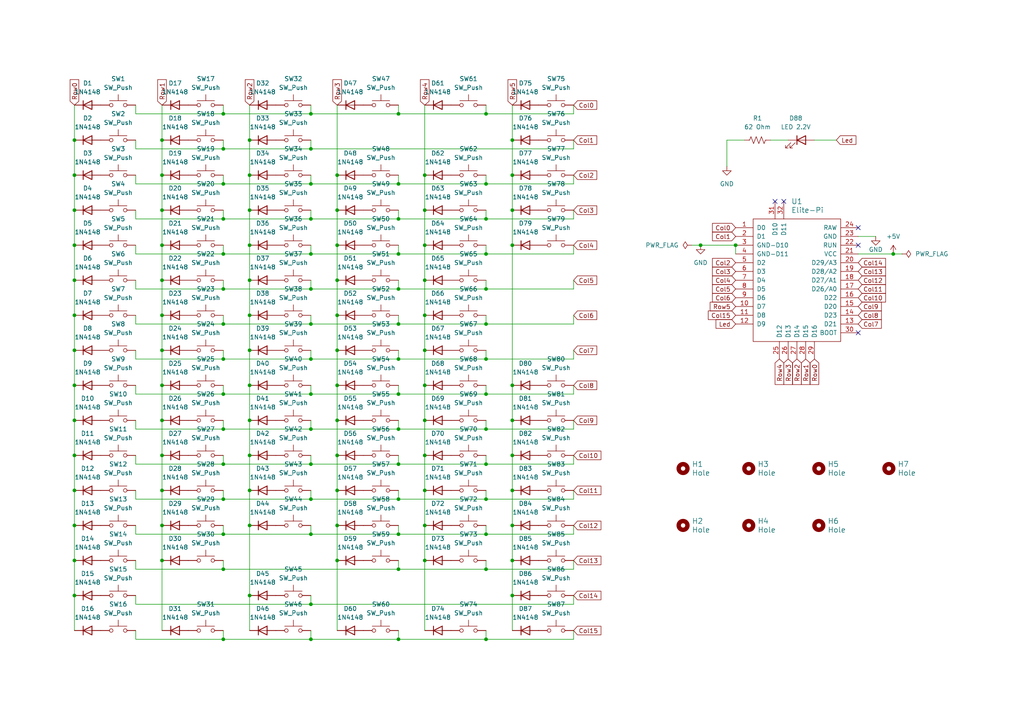
<source format=kicad_sch>
(kicad_sch (version 20250114) (generator "eeschema") (generator_version "9.0")
  (paper "A4")
  (title_block (title "Post-Mechanical Compact Py") (date "2025-06-16") (rev "1.2") (company "Quixotic Keyboards, LLC") (comment 2 "Final for the new tight case and future minimalist case") (comment 3 "Redux for Maple-Pi RP2040") (comment 4 "Add Caps Lock LED"))
  (lib_symbols
    (symbol "Device:LED" (pin_numbers (hide yes)) (pin_names (offset 1.016) (hide yes))
      (property "Reference" "D" (at 0 2.54 0))
      (property "Value" "LED" (at 0 -2.54 0))
      (symbol "LED_1_1"
        (pin passive line (at -3.81 0 0) (length 2.54) (name "K") (number "1"))
        (pin passive line (at 3.81 0 180) (length 2.54) (name "A") (number "2"))
      )
    )
    (symbol "Device:R_US" (pin_numbers (hide yes)) (pin_names (offset 0))
      (property "Reference" "R" (at 2.54 0 90))
      (property "Value" "R_US" (at -2.54 0 90))
      (symbol "R_US_1_1"
        (pin passive line (at 0 3.81 270) (length 1.27) (name "~") (number "1"))
        (pin passive line (at 0 -3.81 90) (length 1.27) (name "~") (number "2"))
      )
    )
    (symbol "Dholydai:Elite-Pi" (pin_names (offset 1.016))
      (property "Reference" "U" (at 0 -3.048 0))
      (property "Value" "Elite-Pi" (at -2.54 0 0))
      (symbol "Elite-Pi_1_1"
        (pin input line (at -17.78 13.97 0) (length 5.08) (name "D0") (number "1"))
        (pin input line (at -17.78 11.43 0) (length 5.08) (name "D1") (number "2"))
        (pin input line (at -17.78 8.89 0) (length 5.08) (name "GND-D10") (number "3"))
        (pin input line (at -17.78 6.35 0) (length 5.08) (name "GND-D11") (number "4"))
        (pin input line (at -17.78 3.81 0) (length 5.08) (name "D2") (number "5"))
        (pin input line (at -17.78 1.27 0) (length 5.08) (name "D3") (number "6"))
        (pin input line (at -17.78 -1.27 0) (length 5.08) (name "D4") (number "7"))
        (pin input line (at -17.78 -3.81 0) (length 5.08) (name "D5") (number "8"))
        (pin input line (at -17.78 -6.35 0) (length 5.08) (name "D6") (number "9"))
        (pin input line (at -17.78 -8.89 0) (length 5.08) (name "D7") (number "10"))
        (pin input line (at -17.78 -11.43 0) (length 5.08) (name "D8") (number "11"))
        (pin input line (at -17.78 -13.97 0) (length 5.08) (name "D9") (number "12"))
        (pin input line (at -6.35 21.59 270) (length 5.08) (name "D10") (number "31"))
        (pin input line (at -5.08 -24.13 90) (length 5.08) (name "D12") (number "25"))
        (pin input line (at -3.81 21.59 270) (length 5.08) (name "D11") (number "32"))
        (pin input line (at -2.54 -24.13 90) (length 5.08) (name "D13") (number "26"))
        (pin input line (at 0 -24.13 90) (length 5.08) (name "D14") (number "27"))
        (pin input line (at 2.54 -24.13 90) (length 5.08) (name "D15") (number "28"))
        (pin input line (at 5.08 -24.13 90) (length 5.08) (name "D16") (number "29"))
        (pin input line (at 17.78 13.97 180) (length 5.08) (name "RAW") (number "24"))
        (pin input line (at 17.78 11.43 180) (length 5.08) (name "GND") (number "23"))
        (pin input line (at 17.78 8.89 180) (length 5.08) (name "RUN") (number "22"))
        (pin input line (at 17.78 6.35 180) (length 5.08) (name "VCC") (number "21"))
        (pin input line (at 17.78 3.81 180) (length 5.08) (name "D29/A3") (number "20"))
        (pin input line (at 17.78 1.27 180) (length 5.08) (name "D28/A2") (number "19"))
        (pin input line (at 17.78 -1.27 180) (length 5.08) (name "D27/A1") (number "18"))
        (pin input line (at 17.78 -3.81 180) (length 5.08) (name "D26/A0") (number "17"))
        (pin input line (at 17.78 -6.35 180) (length 5.08) (name "D22") (number "16"))
        (pin input line (at 17.78 -8.89 180) (length 5.08) (name "D20") (number "15"))
        (pin input line (at 17.78 -11.43 180) (length 5.08) (name "D23") (number "14"))
        (pin input line (at 17.78 -13.97 180) (length 5.08) (name "D21") (number "13"))
        (pin input line (at 17.78 -16.51 180) (length 5.08) (name "BOOT") (number "30"))
      )
    )
    (symbol "Diode:1N4148" (pin_numbers (hide yes)) (pin_names (hide yes))
      (property "Reference" "D" (at 0 2.54 0))
      (property "Value" "1N4148" (at 0 -2.54 0))
      (symbol "1N4148_1_1"
        (pin passive line (at -3.81 0 0) (length 2.54) (name "K") (number "1"))
        (pin passive line (at 3.81 0 180) (length 2.54) (name "A") (number "2"))
      )
    )
    (symbol "Mechanical:MountingHole" (pin_names (offset 1.016)) (in_bom no)
      (property "Reference" "H" (at 0 5.08 0))
      (property "Value" "MountingHole" (at 0 3.175 0))
    )
    (symbol "Switch:SW_Push" (pin_numbers (hide yes)) (pin_names (offset 1.016) (hide yes))
      (property "Reference" "SW" (at 1.27 2.54 0))
      (property "Value" "SW_Push" (at 0 -1.524 0))
      (symbol "SW_Push_0_1"
        (pin passive line (at -5.08 0 0) (length 2.54) (name "1") (number "1"))
        (pin passive line (at 5.08 0 180) (length 2.54) (name "2") (number "2"))
      )
    )
    (symbol "power:+5V" (power) (pin_numbers (hide yes)) (pin_names (offset 0) (hide yes))
      (property "Value" "+5V" (at 0 3.556 0))
      (symbol "+5V_1_1"
        (pin power_in line (at 0 0 90) (length 0) (name "~") (number "1"))
      )
    )
    (symbol "power:GND" (power) (pin_numbers (hide yes)) (pin_names (offset 0) (hide yes))
      (property "Value" "GND" (at 0 -3.81 0))
      (symbol "GND_1_1"
        (pin power_in line (at 0 0 270) (length 0) (name "~") (number "1"))
      )
    )
    (symbol "power:PWR_FLAG" (power) (pin_numbers (hide yes)) (pin_names (offset 0) (hide yes))
      (property "Value" "PWR_FLAG" (at 0 3.81 0))
      (symbol "PWR_FLAG_0_0"
        (pin power_out line (at 0 0 90) (length 0) (name "~") (number "1"))
      )
    )
  )
  (junction (at 259.08 73.66))
  (junction (at 97.79 101.6))
  (junction (at 140.97 185.42))
  (junction (at 97.79 81.28))
  (junction (at 140.97 83.82))
  (junction (at 115.57 154.94))
  (junction (at 64.77 124.46))
  (junction (at 64.77 134.62))
  (junction (at 90.17 104.14))
  (junction (at 90.17 93.98))
  (junction (at 115.57 53.34))
  (junction (at 72.39 152.4))
  (junction (at 140.97 63.5))
  (junction (at 123.19 142.24))
  (junction (at 90.17 124.46))
  (junction (at 148.59 132.08))
  (junction (at 46.99 152.4))
  (junction (at 46.99 101.6))
  (junction (at 97.79 60.96))
  (junction (at 90.17 185.42))
  (junction (at 64.77 93.98))
  (junction (at 72.39 111.76))
  (junction (at 72.39 121.92))
  (junction (at 72.39 71.12))
  (junction (at 46.99 132.08))
  (junction (at 21.59 121.92))
  (junction (at 21.59 162.56))
  (junction (at 72.39 101.6))
  (junction (at 123.19 101.6))
  (junction (at 72.39 60.96))
  (junction (at 115.57 144.78))
  (junction (at 203.2 71.12))
  (junction (at 90.17 53.34))
  (junction (at 46.99 142.24))
  (junction (at 123.19 60.96))
  (junction (at 148.59 152.4))
  (junction (at 72.39 91.44))
  (junction (at 64.77 53.34))
  (junction (at 64.77 185.42))
  (junction (at 115.57 83.82))
  (junction (at 21.59 142.24))
  (junction (at 21.59 91.44))
  (junction (at 115.57 33.02))
  (junction (at 115.57 114.3))
  (junction (at 46.99 50.8))
  (junction (at 115.57 185.42))
  (junction (at 90.17 114.3))
  (junction (at 123.19 111.76))
  (junction (at 97.79 162.56))
  (junction (at 90.17 154.94))
  (junction (at 46.99 91.44))
  (junction (at 123.19 50.8))
  (junction (at 46.99 121.92))
  (junction (at 140.97 154.94))
  (junction (at 46.99 81.28))
  (junction (at 21.59 50.8))
  (junction (at 90.17 33.02))
  (junction (at 64.77 104.14))
  (junction (at 97.79 111.76))
  (junction (at 115.57 124.46))
  (junction (at 90.17 175.26))
  (junction (at 46.99 40.64))
  (junction (at 64.77 165.1))
  (junction (at 140.97 114.3))
  (junction (at 90.17 134.62))
  (junction (at 46.99 60.96))
  (junction (at 123.19 132.08))
  (junction (at 140.97 73.66))
  (junction (at 148.59 172.72))
  (junction (at 21.59 81.28))
  (junction (at 21.59 101.6))
  (junction (at 148.59 162.56))
  (junction (at 90.17 43.18))
  (junction (at 148.59 50.8))
  (junction (at 123.19 81.28))
  (junction (at 64.77 83.82))
  (junction (at 97.79 142.24))
  (junction (at 97.79 50.8))
  (junction (at 21.59 152.4))
  (junction (at 21.59 60.96))
  (junction (at 46.99 162.56))
  (junction (at 148.59 71.12))
  (junction (at 64.77 154.94))
  (junction (at 97.79 152.4))
  (junction (at 140.97 144.78))
  (junction (at 115.57 93.98))
  (junction (at 72.39 172.72))
  (junction (at 115.57 63.5))
  (junction (at 115.57 165.1))
  (junction (at 140.97 93.98))
  (junction (at 21.59 132.08))
  (junction (at 97.79 121.92))
  (junction (at 72.39 81.28))
  (junction (at 21.59 172.72))
  (junction (at 90.17 63.5))
  (junction (at 46.99 111.76))
  (junction (at 148.59 111.76))
  (junction (at 115.57 134.62))
  (junction (at 148.59 142.24))
  (junction (at 64.77 114.3))
  (junction (at 21.59 111.76))
  (junction (at 90.17 83.82))
  (junction (at 115.57 104.14))
  (junction (at 140.97 134.62))
  (junction (at 140.97 53.34))
  (junction (at 123.19 152.4))
  (junction (at 46.99 71.12))
  (junction (at 148.59 60.96))
  (junction (at 140.97 165.1))
  (junction (at 123.19 162.56))
  (junction (at 64.77 33.02))
  (junction (at 140.97 33.02))
  (junction (at 90.17 73.66))
  (junction (at 64.77 144.78))
  (junction (at 64.77 73.66))
  (junction (at 123.19 91.44))
  (junction (at 64.77 43.18))
  (junction (at 97.79 71.12))
  (junction (at 148.59 40.64))
  (junction (at 213.36 71.12))
  (junction (at 64.77 63.5))
  (junction (at 21.59 71.12))
  (junction (at 21.59 40.64))
  (junction (at 115.57 73.66))
  (junction (at 148.59 121.92))
  (junction (at 72.39 40.64))
  (junction (at 97.79 91.44))
  (junction (at 140.97 104.14))
  (junction (at 90.17 144.78))
  (junction (at 72.39 50.8))
  (junction (at 123.19 121.92))
  (junction (at 123.19 71.12))
  (junction (at 72.39 142.24))
  (junction (at 72.39 132.08))
  (junction (at 97.79 132.08))
  (junction (at 140.97 124.46))
  (no_connect (at 248.92 96.52))
  (no_connect (at 248.92 71.12))
  (no_connect (at 224.79 58.42))
  (no_connect (at 248.92 66.04))
  (no_connect (at 227.33 58.42))
  (wire (pts (xy 21.59 81.28) (xy 21.59 91.44)))
  (wire (pts (xy 90.17 81.28) (xy 90.17 83.82)))
  (wire (pts (xy 90.17 83.82) (xy 115.57 83.82)))
  (wire (pts (xy 140.97 104.14) (xy 166.37 104.14)))
  (wire (pts (xy 97.79 152.4) (xy 97.79 162.56)))
  (wire (pts (xy 46.99 50.8) (xy 46.99 60.96)))
  (wire (pts (xy 90.17 91.44) (xy 90.17 93.98)))
  (wire (pts (xy 115.57 142.24) (xy 115.57 144.78)))
  (wire (pts (xy 64.77 73.66) (xy 90.17 73.66)))
  (wire (pts (xy 90.17 73.66) (xy 115.57 73.66)))
  (wire (pts (xy 97.79 162.56) (xy 97.79 182.88)))
  (wire (pts (xy 46.99 101.6) (xy 46.99 111.76)))
  (wire (pts (xy 21.59 142.24) (xy 21.59 152.4)))
  (wire (pts (xy 64.77 154.94) (xy 90.17 154.94)))
  (wire (pts (xy 140.97 165.1) (xy 166.37 165.1)))
  (wire (pts (xy 64.77 53.34) (xy 90.17 53.34)))
  (wire (pts (xy 72.39 101.6) (xy 72.39 111.76)))
  (wire (pts (xy 166.37 111.76) (xy 166.37 114.3)))
  (wire (pts (xy 39.37 53.34) (xy 64.77 53.34)))
  (wire (pts (xy 39.37 114.3) (xy 64.77 114.3)))
  (wire (pts (xy 39.37 172.72) (xy 39.37 175.26)))
  (wire (pts (xy 140.97 71.12) (xy 140.97 73.66)))
  (wire (pts (xy 21.59 71.12) (xy 21.59 81.28)))
  (wire (pts (xy 39.37 134.62) (xy 64.77 134.62)))
  (wire (pts (xy 140.97 81.28) (xy 140.97 83.82)))
  (wire (pts (xy 21.59 101.6) (xy 21.59 111.76)))
  (wire (pts (xy 39.37 81.28) (xy 39.37 83.82)))
  (wire (pts (xy 64.77 81.28) (xy 64.77 83.82)))
  (wire (pts (xy 140.97 60.96) (xy 140.97 63.5)))
  (wire (pts (xy 115.57 132.08) (xy 115.57 134.62)))
  (wire (pts (xy 39.37 182.88) (xy 39.37 185.42)))
  (wire (pts (xy 64.77 165.1) (xy 115.57 165.1)))
  (wire (pts (xy 213.36 71.12) (xy 213.36 73.66)))
  (wire (pts (xy 115.57 134.62) (xy 140.97 134.62)))
  (wire (pts (xy 90.17 124.46) (xy 115.57 124.46)))
  (wire (pts (xy 166.37 162.56) (xy 166.37 165.1)))
  (wire (pts (xy 223.52 40.64) (xy 228.6 40.64)))
  (wire (pts (xy 39.37 152.4) (xy 39.37 154.94)))
  (wire (pts (xy 166.37 142.24) (xy 166.37 144.78)))
  (wire (pts (xy 140.97 93.98) (xy 166.37 93.98)))
  (wire (pts (xy 39.37 154.94) (xy 64.77 154.94)))
  (wire (pts (xy 90.17 185.42) (xy 115.57 185.42)))
  (wire (pts (xy 115.57 111.76) (xy 115.57 114.3)))
  (wire (pts (xy 46.99 152.4) (xy 46.99 162.56)))
  (wire (pts (xy 64.77 121.92) (xy 64.77 124.46)))
  (wire (pts (xy 21.59 30.48) (xy 21.59 40.64)))
  (wire (pts (xy 21.59 60.96) (xy 21.59 71.12)))
  (wire (pts (xy 115.57 165.1) (xy 140.97 165.1)))
  (wire (pts (xy 90.17 50.8) (xy 90.17 53.34)))
  (wire (pts (xy 39.37 40.64) (xy 39.37 43.18)))
  (wire (pts (xy 90.17 53.34) (xy 115.57 53.34)))
  (wire (pts (xy 90.17 101.6) (xy 90.17 104.14)))
  (wire (pts (xy 64.77 63.5) (xy 90.17 63.5)))
  (wire (pts (xy 166.37 101.6) (xy 166.37 104.14)))
  (wire (pts (xy 39.37 185.42) (xy 64.77 185.42)))
  (wire (pts (xy 72.39 71.12) (xy 72.39 81.28)))
  (wire (pts (xy 72.39 132.08) (xy 72.39 142.24)))
  (wire (pts (xy 46.99 162.56) (xy 46.99 182.88)))
  (wire (pts (xy 72.39 91.44) (xy 72.39 101.6)))
  (wire (pts (xy 123.19 91.44) (xy 123.19 101.6)))
  (wire (pts (xy 64.77 93.98) (xy 90.17 93.98)))
  (wire (pts (xy 90.17 104.14) (xy 115.57 104.14)))
  (wire (pts (xy 90.17 172.72) (xy 90.17 175.26)))
  (wire (pts (xy 90.17 175.26) (xy 166.37 175.26)))
  (wire (pts (xy 46.99 60.96) (xy 46.99 71.12)))
  (wire (pts (xy 72.39 121.92) (xy 72.39 132.08)))
  (wire (pts (xy 97.79 50.8) (xy 97.79 60.96)))
  (wire (pts (xy 166.37 30.48) (xy 166.37 33.02)))
  (wire (pts (xy 90.17 121.92) (xy 90.17 124.46)))
  (wire (pts (xy 148.59 162.56) (xy 148.59 172.72)))
  (wire (pts (xy 64.77 40.64) (xy 64.77 43.18)))
  (wire (pts (xy 115.57 33.02) (xy 140.97 33.02)))
  (wire (pts (xy 21.59 50.8) (xy 21.59 60.96)))
  (wire (pts (xy 64.77 104.14) (xy 90.17 104.14)))
  (wire (pts (xy 140.97 53.34) (xy 166.37 53.34)))
  (wire (pts (xy 46.99 71.12) (xy 46.99 81.28)))
  (wire (pts (xy 39.37 93.98) (xy 64.77 93.98)))
  (wire (pts (xy 123.19 111.76) (xy 123.19 121.92)))
  (wire (pts (xy 39.37 111.76) (xy 39.37 114.3)))
  (wire (pts (xy 46.99 91.44) (xy 46.99 101.6)))
  (wire (pts (xy 72.39 172.72) (xy 72.39 182.88)))
  (wire (pts (xy 140.97 121.92) (xy 140.97 124.46)))
  (wire (pts (xy 115.57 91.44) (xy 115.57 93.98)))
  (wire (pts (xy 140.97 152.4) (xy 140.97 154.94)))
  (wire (pts (xy 46.99 111.76) (xy 46.99 121.92)))
  (wire (pts (xy 97.79 142.24) (xy 97.79 152.4)))
  (wire (pts (xy 140.97 63.5) (xy 166.37 63.5)))
  (wire (pts (xy 248.92 73.66) (xy 259.08 73.66)))
  (wire (pts (xy 39.37 124.46) (xy 64.77 124.46)))
  (wire (pts (xy 140.97 91.44) (xy 140.97 93.98)))
  (wire (pts (xy 64.77 83.82) (xy 90.17 83.82)))
  (wire (pts (xy 115.57 152.4) (xy 115.57 154.94)))
  (wire (pts (xy 72.39 142.24) (xy 72.39 152.4)))
  (wire (pts (xy 123.19 162.56) (xy 123.19 182.88)))
  (wire (pts (xy 200.66 71.12) (xy 203.2 71.12)))
  (wire (pts (xy 90.17 30.48) (xy 90.17 33.02)))
  (wire (pts (xy 123.19 50.8) (xy 123.19 60.96)))
  (wire (pts (xy 115.57 71.12) (xy 115.57 73.66)))
  (wire (pts (xy 90.17 71.12) (xy 90.17 73.66)))
  (wire (pts (xy 115.57 81.28) (xy 115.57 83.82)))
  (wire (pts (xy 39.37 142.24) (xy 39.37 144.78)))
  (wire (pts (xy 64.77 132.08) (xy 64.77 134.62)))
  (wire (pts (xy 242.57 40.64) (xy 236.22 40.64)))
  (wire (pts (xy 39.37 33.02) (xy 64.77 33.02)))
  (wire (pts (xy 166.37 71.12) (xy 166.37 73.66)))
  (wire (pts (xy 115.57 154.94) (xy 140.97 154.94)))
  (wire (pts (xy 115.57 124.46) (xy 140.97 124.46)))
  (wire (pts (xy 115.57 182.88) (xy 115.57 185.42)))
  (wire (pts (xy 90.17 43.18) (xy 166.37 43.18)))
  (wire (pts (xy 148.59 71.12) (xy 148.59 111.76)))
  (wire (pts (xy 140.97 33.02) (xy 166.37 33.02)))
  (wire (pts (xy 39.37 83.82) (xy 64.77 83.82)))
  (wire (pts (xy 123.19 60.96) (xy 123.19 71.12)))
  (wire (pts (xy 261.62 73.66) (xy 259.08 73.66)))
  (wire (pts (xy 148.59 60.96) (xy 148.59 71.12)))
  (wire (pts (xy 166.37 40.64) (xy 166.37 43.18)))
  (wire (pts (xy 140.97 154.94) (xy 166.37 154.94)))
  (wire (pts (xy 140.97 134.62) (xy 166.37 134.62)))
  (wire (pts (xy 21.59 40.64) (xy 21.59 50.8)))
  (wire (pts (xy 46.99 81.28) (xy 46.99 91.44)))
  (wire (pts (xy 115.57 60.96) (xy 115.57 63.5)))
  (wire (pts (xy 140.97 182.88) (xy 140.97 185.42)))
  (wire (pts (xy 21.59 162.56) (xy 21.59 172.72)))
  (wire (pts (xy 64.77 124.46) (xy 90.17 124.46)))
  (wire (pts (xy 97.79 121.92) (xy 97.79 132.08)))
  (wire (pts (xy 97.79 60.96) (xy 97.79 71.12)))
  (wire (pts (xy 64.77 144.78) (xy 90.17 144.78)))
  (wire (pts (xy 39.37 101.6) (xy 39.37 104.14)))
  (wire (pts (xy 72.39 81.28) (xy 72.39 91.44)))
  (wire (pts (xy 64.77 71.12) (xy 64.77 73.66)))
  (wire (pts (xy 64.77 91.44) (xy 64.77 93.98)))
  (wire (pts (xy 90.17 142.24) (xy 90.17 144.78)))
  (wire (pts (xy 166.37 50.8) (xy 166.37 53.34)))
  (wire (pts (xy 21.59 132.08) (xy 21.59 142.24)))
  (wire (pts (xy 21.59 121.92) (xy 21.59 132.08)))
  (wire (pts (xy 140.97 83.82) (xy 115.57 83.82)))
  (wire (pts (xy 140.97 73.66) (xy 166.37 73.66)))
  (wire (pts (xy 64.77 162.56) (xy 64.77 165.1)))
  (wire (pts (xy 97.79 132.08) (xy 97.79 142.24)))
  (wire (pts (xy 90.17 154.94) (xy 115.57 154.94)))
  (wire (pts (xy 39.37 30.48) (xy 39.37 33.02)))
  (wire (pts (xy 97.79 30.48) (xy 97.79 50.8)))
  (wire (pts (xy 64.77 33.02) (xy 90.17 33.02)))
  (wire (pts (xy 46.99 30.48) (xy 46.99 40.64)))
  (wire (pts (xy 140.97 30.48) (xy 140.97 33.02)))
  (wire (pts (xy 39.37 162.56) (xy 39.37 165.1)))
  (wire (pts (xy 123.19 142.24) (xy 123.19 152.4)))
  (wire (pts (xy 123.19 71.12) (xy 123.19 81.28)))
  (wire (pts (xy 46.99 142.24) (xy 46.99 152.4)))
  (wire (pts (xy 90.17 144.78) (xy 115.57 144.78)))
  (wire (pts (xy 72.39 152.4) (xy 72.39 172.72)))
  (wire (pts (xy 115.57 50.8) (xy 115.57 53.34)))
  (wire (pts (xy 90.17 132.08) (xy 90.17 134.62)))
  (wire (pts (xy 46.99 132.08) (xy 46.99 142.24)))
  (wire (pts (xy 148.59 142.24) (xy 148.59 152.4)))
  (wire (pts (xy 46.99 40.64) (xy 46.99 50.8)))
  (wire (pts (xy 140.97 142.24) (xy 140.97 144.78)))
  (wire (pts (xy 39.37 144.78) (xy 64.77 144.78)))
  (wire (pts (xy 166.37 81.28) (xy 166.37 83.82)))
  (wire (pts (xy 64.77 43.18) (xy 90.17 43.18)))
  (wire (pts (xy 115.57 185.42) (xy 140.97 185.42)))
  (wire (pts (xy 39.37 63.5) (xy 64.77 63.5)))
  (wire (pts (xy 148.59 121.92) (xy 148.59 132.08)))
  (wire (pts (xy 64.77 114.3) (xy 90.17 114.3)))
  (wire (pts (xy 64.77 142.24) (xy 64.77 144.78)))
  (wire (pts (xy 90.17 182.88) (xy 90.17 185.42)))
  (wire (pts (xy 64.77 50.8) (xy 64.77 53.34)))
  (wire (pts (xy 97.79 81.28) (xy 97.79 91.44)))
  (wire (pts (xy 166.37 91.44) (xy 166.37 93.98)))
  (wire (pts (xy 115.57 73.66) (xy 140.97 73.66)))
  (wire (pts (xy 72.39 30.48) (xy 72.39 40.64)))
  (wire (pts (xy 140.97 132.08) (xy 140.97 134.62)))
  (wire (pts (xy 90.17 33.02) (xy 115.57 33.02)))
  (wire (pts (xy 64.77 30.48) (xy 64.77 33.02)))
  (wire (pts (xy 90.17 63.5) (xy 115.57 63.5)))
  (wire (pts (xy 210.82 40.64) (xy 215.9 40.64)))
  (wire (pts (xy 140.97 185.42) (xy 166.37 185.42)))
  (wire (pts (xy 21.59 172.72) (xy 21.59 182.88)))
  (wire (pts (xy 123.19 101.6) (xy 123.19 111.76)))
  (wire (pts (xy 123.19 30.48) (xy 123.19 50.8)))
  (wire (pts (xy 115.57 101.6) (xy 115.57 104.14)))
  (wire (pts (xy 123.19 121.92) (xy 123.19 132.08)))
  (wire (pts (xy 39.37 71.12) (xy 39.37 73.66)))
  (wire (pts (xy 72.39 50.8) (xy 72.39 60.96)))
  (wire (pts (xy 148.59 152.4) (xy 148.59 162.56)))
  (wire (pts (xy 39.37 73.66) (xy 64.77 73.66)))
  (wire (pts (xy 72.39 60.96) (xy 72.39 71.12)))
  (wire (pts (xy 64.77 134.62) (xy 90.17 134.62)))
  (wire (pts (xy 90.17 111.76) (xy 90.17 114.3)))
  (wire (pts (xy 39.37 91.44) (xy 39.37 93.98)))
  (wire (pts (xy 115.57 53.34) (xy 140.97 53.34)))
  (wire (pts (xy 46.99 121.92) (xy 46.99 132.08)))
  (wire (pts (xy 115.57 63.5) (xy 140.97 63.5)))
  (wire (pts (xy 123.19 81.28) (xy 123.19 91.44)))
  (wire (pts (xy 90.17 60.96) (xy 90.17 63.5)))
  (wire (pts (xy 72.39 40.64) (xy 72.39 50.8)))
  (wire (pts (xy 39.37 121.92) (xy 39.37 124.46)))
  (wire (pts (xy 115.57 30.48) (xy 115.57 33.02)))
  (wire (pts (xy 97.79 111.76) (xy 97.79 121.92)))
  (wire (pts (xy 148.59 30.48) (xy 148.59 40.64)))
  (wire (pts (xy 97.79 71.12) (xy 97.79 81.28)))
  (wire (pts (xy 115.57 144.78) (xy 140.97 144.78)))
  (wire (pts (xy 64.77 152.4) (xy 64.77 154.94)))
  (wire (pts (xy 140.97 111.76) (xy 140.97 114.3)))
  (wire (pts (xy 248.92 68.58) (xy 254 68.58)))
  (wire (pts (xy 166.37 121.92) (xy 166.37 124.46)))
  (wire (pts (xy 64.77 111.76) (xy 64.77 114.3)))
  (wire (pts (xy 115.57 104.14) (xy 140.97 104.14)))
  (wire (pts (xy 140.97 83.82) (xy 166.37 83.82)))
  (wire (pts (xy 21.59 91.44) (xy 21.59 101.6)))
  (wire (pts (xy 64.77 60.96) (xy 64.77 63.5)))
  (wire (pts (xy 140.97 114.3) (xy 166.37 114.3)))
  (wire (pts (xy 140.97 124.46) (xy 166.37 124.46)))
  (wire (pts (xy 166.37 132.08) (xy 166.37 134.62)))
  (wire (pts (xy 90.17 134.62) (xy 115.57 134.62)))
  (wire (pts (xy 148.59 50.8) (xy 148.59 60.96)))
  (wire (pts (xy 64.77 182.88) (xy 64.77 185.42)))
  (wire (pts (xy 123.19 152.4) (xy 123.19 162.56)))
  (wire (pts (xy 115.57 93.98) (xy 140.97 93.98)))
  (wire (pts (xy 166.37 60.96) (xy 166.37 63.5)))
  (wire (pts (xy 97.79 101.6) (xy 97.79 111.76)))
  (wire (pts (xy 166.37 152.4) (xy 166.37 154.94)))
  (wire (pts (xy 148.59 172.72) (xy 148.59 182.88)))
  (wire (pts (xy 90.17 114.3) (xy 115.57 114.3)))
  (wire (pts (xy 39.37 165.1) (xy 64.77 165.1)))
  (wire (pts (xy 39.37 104.14) (xy 64.77 104.14)))
  (wire (pts (xy 90.17 40.64) (xy 90.17 43.18)))
  (wire (pts (xy 39.37 132.08) (xy 39.37 134.62)))
  (wire (pts (xy 64.77 185.42) (xy 90.17 185.42)))
  (wire (pts (xy 90.17 93.98) (xy 115.57 93.98)))
  (wire (pts (xy 123.19 132.08) (xy 123.19 142.24)))
  (wire (pts (xy 21.59 111.76) (xy 21.59 121.92)))
  (wire (pts (xy 115.57 121.92) (xy 115.57 124.46)))
  (wire (pts (xy 64.77 101.6) (xy 64.77 104.14)))
  (wire (pts (xy 39.37 43.18) (xy 64.77 43.18)))
  (wire (pts (xy 115.57 162.56) (xy 115.57 165.1)))
  (wire (pts (xy 148.59 111.76) (xy 148.59 121.92)))
  (wire (pts (xy 210.82 40.64) (xy 210.82 48.26)))
  (wire (pts (xy 148.59 132.08) (xy 148.59 142.24)))
  (wire (pts (xy 97.79 91.44) (xy 97.79 101.6)))
  (wire (pts (xy 140.97 101.6) (xy 140.97 104.14)))
  (wire (pts (xy 166.37 172.72) (xy 166.37 175.26)))
  (wire (pts (xy 39.37 50.8) (xy 39.37 53.34)))
  (wire (pts (xy 140.97 162.56) (xy 140.97 165.1)))
  (wire (pts (xy 90.17 152.4) (xy 90.17 154.94)))
  (wire (pts (xy 39.37 60.96) (xy 39.37 63.5)))
  (wire (pts (xy 72.39 111.76) (xy 72.39 121.92)))
  (wire (pts (xy 140.97 144.78) (xy 166.37 144.78)))
  (wire (pts (xy 39.37 175.26) (xy 90.17 175.26)))
  (wire (pts (xy 115.57 114.3) (xy 140.97 114.3)))
  (wire (pts (xy 140.97 50.8) (xy 140.97 53.34)))
  (wire (pts (xy 148.59 40.64) (xy 148.59 50.8)))
  (wire (pts (xy 21.59 152.4) (xy 21.59 162.56)))
  (wire (pts (xy 166.37 182.88) (xy 166.37 185.42)))
  (wire (pts (xy 203.2 71.12) (xy 213.36 71.12)))
  (global_label "Row0" (shape input) (at 21.59 30.48 90) (property "Intersheetrefs" "${INTERSHEET_REFS}" (effects (hide yes))))
  (global_label "Col3" (shape input) (at 213.36 78.74 180) (property "Intersheetrefs" "${INTERSHEET_REFS}" (effects (hide yes))))
  (global_label "Col7" (shape input) (at 166.37 101.6 0) (property "Intersheetrefs" "${INTERSHEET_REFS}" (effects (hide yes))))
  (global_label "Col12" (shape input) (at 248.92 81.28 0) (property "Intersheetrefs" "${INTERSHEET_REFS}" (effects (hide yes))))
  (global_label "Row4" (shape input) (at 123.19 30.48 90) (property "Intersheetrefs" "${INTERSHEET_REFS}" (effects (hide yes))))
  (global_label "Col12" (shape input) (at 166.37 152.4 0) (property "Intersheetrefs" "${INTERSHEET_REFS}" (effects (hide yes))))
  (global_label "Row3" (shape input) (at 97.79 30.48 90) (property "Intersheetrefs" "${INTERSHEET_REFS}" (effects (hide yes))))
  (global_label "Col14" (shape input) (at 248.92 76.2 0) (property "Intersheetrefs" "${INTERSHEET_REFS}" (effects (hide yes))))
  (global_label "Row5" (shape input) (at 148.59 30.48 90) (property "Intersheetrefs" "${INTERSHEET_REFS}" (effects (hide yes))))
  (global_label "Col4" (shape input) (at 166.37 71.12 0) (property "Intersheetrefs" "${INTERSHEET_REFS}" (effects (hide yes))))
  (global_label "Col9" (shape input) (at 166.37 121.92 0) (property "Intersheetrefs" "${INTERSHEET_REFS}" (effects (hide yes))))
  (global_label "Row2" (shape input) (at 231.14 104.14 270) (property "Intersheetrefs" "${INTERSHEET_REFS}" (effects (hide yes))))
  (global_label "Col4" (shape input) (at 213.36 81.28 180) (property "Intersheetrefs" "${INTERSHEET_REFS}" (effects (hide yes))))
  (global_label "Row4" (shape input) (at 226.06 104.14 270) (property "Intersheetrefs" "${INTERSHEET_REFS}" (effects (hide yes))))
  (global_label "Col3" (shape input) (at 166.37 60.96 0) (property "Intersheetrefs" "${INTERSHEET_REFS}" (effects (hide yes))))
  (global_label "Col1" (shape input) (at 166.37 40.64 0) (property "Intersheetrefs" "${INTERSHEET_REFS}" (effects (hide yes))))
  (global_label "Led" (shape input) (at 213.36 93.98 180) (property "Intersheetrefs" "${INTERSHEET_REFS}" (effects (hide yes))))
  (global_label "Col14" (shape input) (at 166.37 172.72 0) (property "Intersheetrefs" "${INTERSHEET_REFS}" (effects (hide yes))))
  (global_label "Col2" (shape input) (at 213.36 76.2 180) (property "Intersheetrefs" "${INTERSHEET_REFS}" (effects (hide yes))))
  (global_label "Col10" (shape input) (at 166.37 132.08 0) (property "Intersheetrefs" "${INTERSHEET_REFS}" (effects (hide yes))))
  (global_label "Row0" (shape input) (at 236.22 104.14 270) (property "Intersheetrefs" "${INTERSHEET_REFS}" (effects (hide yes))))
  (global_label "Col5" (shape input) (at 213.36 83.82 180) (property "Intersheetrefs" "${INTERSHEET_REFS}" (effects (hide yes))))
  (global_label "Col0" (shape input) (at 166.37 30.48 0) (property "Intersheetrefs" "${INTERSHEET_REFS}" (effects (hide yes))))
  (global_label "Col0" (shape input) (at 213.36 66.04 180) (property "Intersheetrefs" "${INTERSHEET_REFS}" (effects (hide yes))))
  (global_label "Col1" (shape input) (at 213.36 68.58 180) (property "Intersheetrefs" "${INTERSHEET_REFS}" (effects (hide yes))))
  (global_label "Row1" (shape input) (at 46.99 30.48 90) (property "Intersheetrefs" "${INTERSHEET_REFS}" (effects (hide yes))))
  (global_label "Led" (shape input) (at 242.57 40.64 0) (property "Intersheetrefs" "${INTERSHEET_REFS}" (effects (hide yes))))
  (global_label "Col5" (shape input) (at 166.37 81.28 0) (property "Intersheetrefs" "${INTERSHEET_REFS}" (effects (hide yes))))
  (global_label "Row2" (shape input) (at 72.39 30.48 90) (property "Intersheetrefs" "${INTERSHEET_REFS}" (effects (hide yes))))
  (global_label "Col8" (shape input) (at 248.92 91.44 0) (property "Intersheetrefs" "${INTERSHEET_REFS}" (effects (hide yes))))
  (global_label "Col11" (shape input) (at 248.92 83.82 0) (property "Intersheetrefs" "${INTERSHEET_REFS}" (effects (hide yes))))
  (global_label "Row1" (shape input) (at 233.68 104.14 270) (property "Intersheetrefs" "${INTERSHEET_REFS}" (effects (hide yes))))
  (global_label "Col10" (shape input) (at 248.92 86.36 0) (property "Intersheetrefs" "${INTERSHEET_REFS}" (effects (hide yes))))
  (global_label "Col9" (shape input) (at 248.92 88.9 0) (property "Intersheetrefs" "${INTERSHEET_REFS}" (effects (hide yes))))
  (global_label "Col11" (shape input) (at 166.37 142.24 0) (property "Intersheetrefs" "${INTERSHEET_REFS}" (effects (hide yes))))
  (global_label "Col13" (shape input) (at 248.92 78.74 0) (property "Intersheetrefs" "${INTERSHEET_REFS}" (effects (hide yes))))
  (global_label "Row3" (shape input) (at 228.6 104.14 270) (property "Intersheetrefs" "${INTERSHEET_REFS}" (effects (hide yes))))
  (global_label "Col8" (shape input) (at 166.37 111.76 0) (property "Intersheetrefs" "${INTERSHEET_REFS}" (effects (hide yes))))
  (global_label "Col15" (shape input) (at 166.37 182.88 0) (property "Intersheetrefs" "${INTERSHEET_REFS}" (effects (hide yes))))
  (global_label "Col6" (shape input) (at 166.37 91.44 0) (property "Intersheetrefs" "${INTERSHEET_REFS}" (effects (hide yes))))
  (global_label "Col6" (shape input) (at 213.36 86.36 180) (property "Intersheetrefs" "${INTERSHEET_REFS}" (effects (hide yes))))
  (global_label "Col7" (shape input) (at 248.92 93.98 0) (property "Intersheetrefs" "${INTERSHEET_REFS}" (effects (hide yes))))
  (global_label "Row5" (shape input) (at 213.36 88.9 180) (property "Intersheetrefs" "${INTERSHEET_REFS}" (effects (hide yes))))
  (global_label "Col15" (shape input) (at 213.36 91.44 180) (property "Intersheetrefs" "${INTERSHEET_REFS}" (effects (hide yes))))
  (global_label "Col13" (shape input) (at 166.37 162.56 0) (property "Intersheetrefs" "${INTERSHEET_REFS}" (effects (hide yes))))
  (global_label "Col2" (shape input) (at 166.37 50.8 0) (property "Intersheetrefs" "${INTERSHEET_REFS}" (effects (hide yes))))
  (symbol (lib_id "Switch:SW_Push") (at 135.89 81.28 0) (unit 1)
    (property "Reference" "SW65" (at 135.89 73.66 0))
    (property "Value" "SW_Push" (at 135.89 76.2 0))
    (property "Footprint" "Button_Switch_Keyboard:SW_Cherry_MX_1.00u_PCB" (effects (hide yes)))
    (property "Description" "Push button switch, generic, two pins" (effects (hide yes)))
  )
  (symbol (lib_id "Diode:1N4148") (at 101.6 142.24 0) (unit 1)
    (property "Reference" "D57" (at 101.6 135.89 0))
    (property "Value" "1N4148" (at 101.6 138.43 0))
    (property "Footprint" "Diode_THT:D_DO-35_SOD27_P7.62mm_Horizontal" (effects (hide yes)))
    (property "Datasheet" "https://assets.nexperia.com/documents/data-sheet/1N4148_1N4448.pdf" (effects (hide yes)))
    (property "Description" "100V 0.15A standard switching diode, DO-35" (effects (hide yes)))
    (property "Sim.Device" "D" (effects (hide yes)))
    (property "Sim.Pins" "1=K 2=A" (effects (hide yes)))
  )
  (symbol (lib_id "Diode:1N4148") (at 76.2 81.28 0) (unit 1)
    (property "Reference" "D37" (at 76.2 74.93 0))
    (property "Value" "1N4148" (at 76.2 77.47 0))
    (property "Footprint" "Diode_THT:D_DO-35_SOD27_P7.62mm_Horizontal" (effects (hide yes)))
    (property "Datasheet" "https://assets.nexperia.com/documents/data-sheet/1N4148_1N4448.pdf" (effects (hide yes)))
    (property "Description" "100V 0.15A standard switching diode, DO-35" (effects (hide yes)))
    (property "Sim.Device" "D" (effects (hide yes)))
    (property "Sim.Pins" "1=K 2=A" (effects (hide yes)))
  )
  (symbol (lib_id "Switch:SW_Push") (at 85.09 71.12 0) (unit 1)
    (property "Reference" "SW36" (at 85.09 63.5 0))
    (property "Value" "SW_Push" (at 85.09 66.04 0))
    (property "Footprint" "Button_Switch_Keyboard:SW_Cherry_MX_1.00u_PCB" (effects (hide yes)))
    (property "Description" "Push button switch, generic, two pins" (effects (hide yes)))
  )
  (symbol (lib_id "Switch:SW_Push") (at 85.09 60.96 0) (unit 1)
    (property "Reference" "SW35" (at 85.09 53.34 0))
    (property "Value" "SW_Push" (at 85.09 55.88 0))
    (property "Footprint" "Button_Switch_Keyboard:SW_Cherry_MX_1.00u_PCB" (effects (hide yes)))
    (property "Description" "Push button switch, generic, two pins" (effects (hide yes)))
  )
  (symbol (lib_id "Diode:1N4148") (at 50.8 30.48 0) (unit 1)
    (property "Reference" "D17" (at 50.8 24.13 0))
    (property "Value" "1N4148" (at 50.8 26.67 0))
    (property "Footprint" "Diode_THT:D_DO-35_SOD27_P7.62mm_Horizontal" (effects (hide yes)))
    (property "Datasheet" "https://assets.nexperia.com/documents/data-sheet/1N4148_1N4448.pdf" (effects (hide yes)))
    (property "Description" "100V 0.15A standard switching diode, DO-35" (effects (hide yes)))
    (property "Sim.Device" "D" (effects (hide yes)))
    (property "Sim.Pins" "1=K 2=A" (effects (hide yes)))
  )
  (symbol (lib_id "Switch:SW_Push") (at 59.69 111.76 0) (unit 1)
    (property "Reference" "SW25" (at 59.69 104.14 0))
    (property "Value" "SW_Push" (at 59.69 106.68 0))
    (property "Footprint" "Button_Switch_Keyboard:SW_Cherry_MX_1.00u_PCB" (effects (hide yes)))
    (property "Description" "Push button switch, generic, two pins" (effects (hide yes)))
  )
  (symbol (lib_id "Switch:SW_Push") (at 85.09 81.28 0) (unit 1)
    (property "Reference" "SW37" (at 85.09 73.66 0))
    (property "Value" "SW_Push" (at 85.09 76.2 0))
    (property "Footprint" "Button_Switch_Keyboard:SW_Cherry_MX_1.00u_PCB" (effects (hide yes)))
    (property "Description" "Push button switch, generic, two pins" (effects (hide yes)))
  )
  (symbol (lib_id "Diode:1N4148") (at 127 142.24 0) (unit 1)
    (property "Reference" "D71" (at 127 135.89 0))
    (property "Value" "1N4148" (at 127 138.43 0))
    (property "Footprint" "Diode_THT:D_DO-35_SOD27_P7.62mm_Horizontal" (effects (hide yes)))
    (property "Datasheet" "https://assets.nexperia.com/documents/data-sheet/1N4148_1N4448.pdf" (effects (hide yes)))
    (property "Description" "100V 0.15A standard switching diode, DO-35" (effects (hide yes)))
    (property "Sim.Device" "D" (effects (hide yes)))
    (property "Sim.Pins" "1=K 2=A" (effects (hide yes)))
  )
  (symbol (lib_id "power:GND") (at 203.2 71.12 0) (unit 1)
    (property "Reference" "#PWR01" (effects (hide yes)))
    (property "Value" "GND" (at 203.2 76.2 0))
    (property "Description" "Power symbol creates a global label with name \"GND\" , ground" (effects (hide yes)))
  )
  (symbol (lib_id "Switch:SW_Push") (at 85.09 50.8 0) (unit 1)
    (property "Reference" "SW34" (at 85.09 43.18 0))
    (property "Value" "SW_Push" (at 85.09 45.72 0))
    (property "Footprint" "Button_Switch_Keyboard:SW_Cherry_MX_1.00u_PCB" (effects (hide yes)))
    (property "Description" "Push button switch, generic, two pins" (effects (hide yes)))
  )
  (symbol (lib_id "Diode:1N4148") (at 127 81.28 0) (unit 1)
    (property "Reference" "D65" (at 127 74.93 0))
    (property "Value" "1N4148" (at 127 77.47 0))
    (property "Footprint" "Diode_THT:D_DO-35_SOD27_P7.62mm_Horizontal" (effects (hide yes)))
    (property "Datasheet" "https://assets.nexperia.com/documents/data-sheet/1N4148_1N4448.pdf" (effects (hide yes)))
    (property "Description" "100V 0.15A standard switching diode, DO-35" (effects (hide yes)))
    (property "Sim.Device" "D" (effects (hide yes)))
    (property "Sim.Pins" "1=K 2=A" (effects (hide yes)))
  )
  (symbol (lib_id "Switch:SW_Push") (at 34.29 152.4 0) (unit 1)
    (property "Reference" "SW13" (at 34.29 144.78 0))
    (property "Value" "SW_Push" (at 34.29 147.32 0))
    (property "Footprint" "Button_Switch_Keyboard:SW_Cherry_MX_1.00u_PCB" (effects (hide yes)))
    (property "Description" "Push button switch, generic, two pins" (effects (hide yes)))
  )
  (symbol (lib_id "Switch:SW_Push") (at 135.89 111.76 0) (unit 1)
    (property "Reference" "SW68" (at 135.89 104.14 0))
    (property "Value" "SW_Push" (at 135.89 106.68 0))
    (property "Footprint" "Button_Switch_Keyboard:SW_Cherry_MX_1.00u_PCB" (effects (hide yes)))
    (property "Description" "Push button switch, generic, two pins" (effects (hide yes)))
  )
  (symbol (lib_id "Mechanical:MountingHole") (at 198.12 152.4 0) (unit 1) (in_bom no)
    (property "Reference" "H2" (at 200.66 151.1299 0) (effects (font (size 1.524 1.524)) (justify left)))
    (property "Value" "Hole" (at 200.66 153.6699 0) (effects (font (size 1.524 1.524)) (justify left)))
    (property "Footprint" "MountingHole:MountingHole_3.2mm_M3_Pad" (effects (hide yes)))
    (property "Description" "Mounting Hole without connection" (effects (hide yes)))
  )
  (symbol (lib_id "Diode:1N4148") (at 127 91.44 0) (unit 1)
    (property "Reference" "D66" (at 127 85.09 0))
    (property "Value" "1N4148" (at 127 87.63 0))
    (property "Footprint" "Diode_THT:D_DO-35_SOD27_P7.62mm_Horizontal" (effects (hide yes)))
    (property "Datasheet" "https://assets.nexperia.com/documents/data-sheet/1N4148_1N4448.pdf" (effects (hide yes)))
    (property "Description" "100V 0.15A standard switching diode, DO-35" (effects (hide yes)))
    (property "Sim.Device" "D" (effects (hide yes)))
    (property "Sim.Pins" "1=K 2=A" (effects (hide yes)))
  )
  (symbol (lib_id "Switch:SW_Push") (at 59.69 91.44 0) (unit 1)
    (property "Reference" "SW23" (at 59.69 83.82 0))
    (property "Value" "SW_Push" (at 59.69 86.36 0))
    (property "Footprint" "Button_Switch_Keyboard:SW_Cherry_MX_1.00u_PCB" (effects (hide yes)))
    (property "Description" "Push button switch, generic, two pins" (effects (hide yes)))
  )
  (symbol (lib_id "Diode:1N4148") (at 127 152.4 0) (unit 1)
    (property "Reference" "D72" (at 127 146.05 0))
    (property "Value" "1N4148" (at 127 148.59 0))
    (property "Footprint" "Diode_THT:D_DO-35_SOD27_P7.62mm_Horizontal" (effects (hide yes)))
    (property "Datasheet" "https://assets.nexperia.com/documents/data-sheet/1N4148_1N4448.pdf" (effects (hide yes)))
    (property "Description" "100V 0.15A standard switching diode, DO-35" (effects (hide yes)))
    (property "Sim.Device" "D" (effects (hide yes)))
    (property "Sim.Pins" "1=K 2=A" (effects (hide yes)))
  )
  (symbol (lib_id "Switch:SW_Push") (at 34.29 50.8 0) (unit 1)
    (property "Reference" "SW3" (at 34.29 43.18 0))
    (property "Value" "SW_Push" (at 34.29 45.72 0))
    (property "Footprint" "Button_Switch_Keyboard:SW_Cherry_MX_1.00u_PCB" (effects (hide yes)))
    (property "Description" "Push button switch, generic, two pins" (effects (hide yes)))
  )
  (symbol (lib_id "Diode:1N4148") (at 25.4 40.64 0) (unit 1)
    (property "Reference" "D2" (at 25.4 34.29 0))
    (property "Value" "1N4148" (at 25.4 36.83 0))
    (property "Footprint" "Diode_THT:D_DO-35_SOD27_P7.62mm_Horizontal" (effects (hide yes)))
    (property "Datasheet" "https://assets.nexperia.com/documents/data-sheet/1N4148_1N4448.pdf" (effects (hide yes)))
    (property "Description" "100V 0.15A standard switching diode, DO-35" (effects (hide yes)))
    (property "Sim.Device" "D" (effects (hide yes)))
    (property "Sim.Pins" "1=K 2=A" (effects (hide yes)))
  )
  (symbol (lib_id "Diode:1N4148") (at 76.2 111.76 0) (unit 1)
    (property "Reference" "D40" (at 76.2 105.41 0))
    (property "Value" "1N4148" (at 76.2 107.95 0))
    (property "Footprint" "Diode_THT:D_DO-35_SOD27_P7.62mm_Horizontal" (effects (hide yes)))
    (property "Datasheet" "https://assets.nexperia.com/documents/data-sheet/1N4148_1N4448.pdf" (effects (hide yes)))
    (property "Description" "100V 0.15A standard switching diode, DO-35" (effects (hide yes)))
    (property "Sim.Device" "D" (effects (hide yes)))
    (property "Sim.Pins" "1=K 2=A" (effects (hide yes)))
  )
  (symbol (lib_id "Diode:1N4148") (at 76.2 172.72 0) (unit 1)
    (property "Reference" "D45" (at 76.2 166.37 0))
    (property "Value" "1N4148" (at 76.2 168.91 0))
    (property "Footprint" "Diode_THT:D_DO-35_SOD27_P7.62mm_Horizontal" (effects (hide yes)))
    (property "Datasheet" "https://assets.nexperia.com/documents/data-sheet/1N4148_1N4448.pdf" (effects (hide yes)))
    (property "Description" "100V 0.15A standard switching diode, DO-35" (effects (hide yes)))
    (property "Sim.Device" "D" (effects (hide yes)))
    (property "Sim.Pins" "1=K 2=A" (effects (hide yes)))
  )
  (symbol (lib_id "Switch:SW_Push") (at 161.29 152.4 0) (unit 1)
    (property "Reference" "SW84" (at 161.29 144.78 0))
    (property "Value" "SW_Push" (at 161.29 147.32 0))
    (property "Footprint" "Button_Switch_Keyboard:SW_Cherry_MX_1.00u_PCB" (effects (hide yes)))
    (property "Description" "Push button switch, generic, two pins" (effects (hide yes)))
  )
  (symbol (lib_id "Switch:SW_Push") (at 59.69 71.12 0) (unit 1)
    (property "Reference" "SW21" (at 59.69 63.5 0))
    (property "Value" "SW_Push" (at 59.69 66.04 0))
    (property "Footprint" "Button_Switch_Keyboard:SW_Cherry_MX_1.00u_PCB" (effects (hide yes)))
    (property "Description" "Push button switch, generic, two pins" (effects (hide yes)))
  )
  (symbol (lib_id "Diode:1N4148") (at 101.6 182.88 0) (unit 1)
    (property "Reference" "D60" (at 101.6 176.53 0))
    (property "Value" "1N4148" (at 101.6 179.07 0))
    (property "Footprint" "Diode_THT:D_DO-35_SOD27_P7.62mm_Horizontal" (effects (hide yes)))
    (property "Datasheet" "https://assets.nexperia.com/documents/data-sheet/1N4148_1N4448.pdf" (effects (hide yes)))
    (property "Description" "100V 0.15A standard switching diode, DO-35" (effects (hide yes)))
    (property "Sim.Device" "D" (effects (hide yes)))
    (property "Sim.Pins" "1=K 2=A" (effects (hide yes)))
  )
  (symbol (lib_id "Mechanical:MountingHole") (at 198.12 135.89 0) (unit 1) (in_bom no)
    (property "Reference" "H1" (at 200.66 134.6199 0) (effects (font (size 1.524 1.524)) (justify left)))
    (property "Value" "Hole" (at 200.66 137.1599 0) (effects (font (size 1.524 1.524)) (justify left)))
    (property "Footprint" "MountingHole:MountingHole_3.2mm_M3_Pad" (effects (hide yes)))
    (property "Description" "Mounting Hole without connection" (effects (hide yes)))
  )
  (symbol (lib_id "Switch:SW_Push") (at 110.49 121.92 0) (unit 1)
    (property "Reference" "SW55" (at 110.49 114.3 0))
    (property "Value" "SW_Push" (at 110.49 116.84 0))
    (property "Footprint" "Button_Switch_Keyboard:SW_Cherry_MX_1.00u_PCB" (effects (hide yes)))
    (property "Description" "Push button switch, generic, two pins" (effects (hide yes)))
  )
  (symbol (lib_id "Switch:SW_Push") (at 110.49 182.88 0) (unit 1)
    (property "Reference" "SW60" (at 110.49 175.26 0))
    (property "Value" "SW_Push" (at 110.49 177.8 0))
    (property "Footprint" "Button_Switch_Keyboard:SW_Cherry_MX_1.00u_PCB" (effects (hide yes)))
    (property "Description" "Push button switch, generic, two pins" (effects (hide yes)))
  )
  (symbol (lib_id "Switch:SW_Push") (at 59.69 60.96 0) (unit 1)
    (property "Reference" "SW20" (at 59.69 53.34 0))
    (property "Value" "SW_Push" (at 59.69 55.88 0))
    (property "Footprint" "Button_Switch_Keyboard:SW_Cherry_MX_1.00u_PCB" (effects (hide yes)))
    (property "Description" "Push button switch, generic, two pins" (effects (hide yes)))
  )
  (symbol (lib_id "Switch:SW_Push") (at 34.29 142.24 0) (unit 1)
    (property "Reference" "SW12" (at 34.29 134.62 0))
    (property "Value" "SW_Push" (at 34.29 137.16 0))
    (property "Footprint" "Button_Switch_Keyboard:SW_Cherry_MX_1.00u_PCB" (effects (hide yes)))
    (property "Description" "Push button switch, generic, two pins" (effects (hide yes)))
  )
  (symbol (lib_id "Switch:SW_Push") (at 34.29 172.72 0) (unit 1)
    (property "Reference" "SW15" (at 34.29 165.1 0))
    (property "Value" "SW_Push" (at 34.29 167.64 0))
    (property "Footprint" "Button_Switch_Keyboard:SW_Cherry_MX_1.00u_PCB" (effects (hide yes)))
    (property "Description" "Push button switch, generic, two pins" (effects (hide yes)))
  )
  (symbol (lib_id "Switch:SW_Push") (at 59.69 152.4 0) (unit 1)
    (property "Reference" "SW29" (at 59.69 144.78 0))
    (property "Value" "SW_Push" (at 59.69 147.32 0))
    (property "Footprint" "Button_Switch_Keyboard:SW_Cherry_MX_1.00u_PCB" (effects (hide yes)))
    (property "Description" "Push button switch, generic, two pins" (effects (hide yes)))
  )
  (symbol (lib_id "Switch:SW_Push") (at 161.29 132.08 0) (unit 1)
    (property "Reference" "SW82" (at 161.29 124.46 0))
    (property "Value" "SW_Push" (at 161.29 127 0))
    (property "Footprint" "Button_Switch_Keyboard:SW_Cherry_MX_1.25u_PCB" (effects (hide yes)))
    (property "Description" "Push button switch, generic, two pins" (effects (hide yes)))
  )
  (symbol (lib_id "Diode:1N4148") (at 50.8 162.56 0) (unit 1)
    (property "Reference" "D30" (at 50.8 156.21 0))
    (property "Value" "1N4148" (at 50.8 158.75 0))
    (property "Footprint" "Diode_THT:D_DO-35_SOD27_P7.62mm_Horizontal" (effects (hide yes)))
    (property "Datasheet" "https://assets.nexperia.com/documents/data-sheet/1N4148_1N4448.pdf" (effects (hide yes)))
    (property "Description" "100V 0.15A standard switching diode, DO-35" (effects (hide yes)))
    (property "Sim.Device" "D" (effects (hide yes)))
    (property "Sim.Pins" "1=K 2=A" (effects (hide yes)))
  )
  (symbol (lib_id "Switch:SW_Push") (at 85.09 111.76 0) (unit 1)
    (property "Reference" "SW40" (at 85.09 104.14 0))
    (property "Value" "SW_Push" (at 85.09 106.68 0))
    (property "Footprint" "Button_Switch_Keyboard:SW_Cherry_MX_1.00u_PCB" (effects (hide yes)))
    (property "Description" "Push button switch, generic, two pins" (effects (hide yes)))
  )
  (symbol (lib_id "Diode:1N4148") (at 76.2 142.24 0) (unit 1)
    (property "Reference" "D43" (at 76.2 135.89 0))
    (property "Value" "1N4148" (at 76.2 138.43 0))
    (property "Footprint" "Diode_THT:D_DO-35_SOD27_P7.62mm_Horizontal" (effects (hide yes)))
    (property "Datasheet" "https://assets.nexperia.com/documents/data-sheet/1N4148_1N4448.pdf" (effects (hide yes)))
    (property "Description" "100V 0.15A standard switching diode, DO-35" (effects (hide yes)))
    (property "Sim.Device" "D" (effects (hide yes)))
    (property "Sim.Pins" "1=K 2=A" (effects (hide yes)))
  )
  (symbol (lib_id "Switch:SW_Push") (at 59.69 50.8 0) (unit 1)
    (property "Reference" "SW19" (at 59.69 43.18 0))
    (property "Value" "SW_Push" (at 59.69 45.72 0))
    (property "Footprint" "Button_Switch_Keyboard:SW_Cherry_MX_1.00u_PCB" (effects (hide yes)))
    (property "Description" "Push button switch, generic, two pins" (effects (hide yes)))
  )
  (symbol (lib_id "Diode:1N4148") (at 127 60.96 0) (unit 1)
    (property "Reference" "D63" (at 127 54.61 0))
    (property "Value" "1N4148" (at 127 57.15 0))
    (property "Footprint" "Diode_THT:D_DO-35_SOD27_P7.62mm_Horizontal" (effects (hide yes)))
    (property "Datasheet" "https://assets.nexperia.com/documents/data-sheet/1N4148_1N4448.pdf" (effects (hide yes)))
    (property "Description" "100V 0.15A standard switching diode, DO-35" (effects (hide yes)))
    (property "Sim.Device" "D" (effects (hide yes)))
    (property "Sim.Pins" "1=K 2=A" (effects (hide yes)))
  )
  (symbol (lib_id "Switch:SW_Push") (at 135.89 30.48 0) (unit 1)
    (property "Reference" "SW61" (at 135.89 22.86 0))
    (property "Value" "SW_Push" (at 135.89 25.4 0))
    (property "Footprint" "Button_Switch_Keyboard:SW_Cherry_MX_1.50u_PCB" (effects (hide yes)))
    (property "Description" "Push button switch, generic, two pins" (effects (hide yes)))
  )
  (symbol (lib_id "Switch:SW_Push") (at 34.29 132.08 0) (unit 1)
    (property "Reference" "SW11" (at 34.29 124.46 0))
    (property "Value" "SW_Push" (at 34.29 127 0))
    (property "Footprint" "Button_Switch_Keyboard:SW_Cherry_MX_1.00u_PCB" (effects (hide yes)))
    (property "Description" "Push button switch, generic, two pins" (effects (hide yes)))
  )
  (symbol (lib_id "Diode:1N4148") (at 25.4 71.12 0) (unit 1)
    (property "Reference" "D5" (at 25.4 64.77 0))
    (property "Value" "1N4148" (at 25.4 67.31 0))
    (property "Footprint" "Diode_THT:D_DO-35_SOD27_P7.62mm_Horizontal" (effects (hide yes)))
    (property "Datasheet" "https://assets.nexperia.com/documents/data-sheet/1N4148_1N4448.pdf" (effects (hide yes)))
    (property "Description" "100V 0.15A standard switching diode, DO-35" (effects (hide yes)))
    (property "Sim.Device" "D" (effects (hide yes)))
    (property "Sim.Pins" "1=K 2=A" (effects (hide yes)))
  )
  (symbol (lib_id "Diode:1N4148") (at 152.4 162.56 0) (unit 1)
    (property "Reference" "D85" (at 152.4 156.21 0))
    (property "Value" "1N4148" (at 152.4 158.75 0))
    (property "Footprint" "Diode_THT:D_DO-35_SOD27_P7.62mm_Horizontal" (effects (hide yes)))
    (property "Datasheet" "https://assets.nexperia.com/documents/data-sheet/1N4148_1N4448.pdf" (effects (hide yes)))
    (property "Description" "100V 0.15A standard switching diode, DO-35" (effects (hide yes)))
    (property "Sim.Device" "D" (effects (hide yes)))
    (property "Sim.Pins" "1=K 2=A" (effects (hide yes)))
  )
  (symbol (lib_id "Switch:SW_Push") (at 110.49 30.48 0) (unit 1)
    (property "Reference" "SW47" (at 110.49 22.86 0))
    (property "Value" "SW_Push" (at 110.49 25.4 0))
    (property "Footprint" "Dholydai-Parts:SW_Cherry_MX_1.6666u_PCB" (effects (hide yes)))
    (property "Description" "Push button switch, generic, two pins" (effects (hide yes)))
  )
  (symbol (lib_id "Switch:SW_Push") (at 34.29 182.88 0) (unit 1)
    (property "Reference" "SW16" (at 34.29 175.26 0))
    (property "Value" "SW_Push" (at 34.29 177.8 0))
    (property "Footprint" "Button_Switch_Keyboard:SW_Cherry_MX_1.00u_PCB" (effects (hide yes)))
    (property "Description" "Push button switch, generic, two pins" (effects (hide yes)))
  )
  (symbol (lib_id "Diode:1N4148") (at 76.2 91.44 0) (unit 1)
    (property "Reference" "D38" (at 76.2 85.09 0))
    (property "Value" "1N4148" (at 76.2 87.63 0))
    (property "Footprint" "Diode_THT:D_DO-35_SOD27_P7.62mm_Horizontal" (effects (hide yes)))
    (property "Datasheet" "https://assets.nexperia.com/documents/data-sheet/1N4148_1N4448.pdf" (effects (hide yes)))
    (property "Description" "100V 0.15A standard switching diode, DO-35" (effects (hide yes)))
    (property "Sim.Device" "D" (effects (hide yes)))
    (property "Sim.Pins" "1=K 2=A" (effects (hide yes)))
  )
  (symbol (lib_id "Switch:SW_Push") (at 59.69 132.08 0) (unit 1)
    (property "Reference" "SW27" (at 59.69 124.46 0))
    (property "Value" "SW_Push" (at 59.69 127 0))
    (property "Footprint" "Button_Switch_Keyboard:SW_Cherry_MX_1.00u_PCB" (effects (hide yes)))
    (property "Description" "Push button switch, generic, two pins" (effects (hide yes)))
  )
  (symbol (lib_id "Switch:SW_Push") (at 34.29 91.44 0) (unit 1)
    (property "Reference" "SW7" (at 34.29 83.82 0))
    (property "Value" "SW_Push" (at 34.29 86.36 0))
    (property "Footprint" "Button_Switch_Keyboard:SW_Cherry_MX_1.00u_PCB" (effects (hide yes)))
    (property "Description" "Push button switch, generic, two pins" (effects (hide yes)))
  )
  (symbol (lib_id "Diode:1N4148") (at 50.8 50.8 0) (unit 1)
    (property "Reference" "D19" (at 50.8 44.45 0))
    (property "Value" "1N4148" (at 50.8 46.99 0))
    (property "Footprint" "Diode_THT:D_DO-35_SOD27_P7.62mm_Horizontal" (effects (hide yes)))
    (property "Datasheet" "https://assets.nexperia.com/documents/data-sheet/1N4148_1N4448.pdf" (effects (hide yes)))
    (property "Description" "100V 0.15A standard switching diode, DO-35" (effects (hide yes)))
    (property "Sim.Device" "D" (effects (hide yes)))
    (property "Sim.Pins" "1=K 2=A" (effects (hide yes)))
  )
  (symbol (lib_id "power:PWR_FLAG") (at 261.62 73.66 270) (unit 1)
    (property "Reference" "#FLG02" (effects (hide yes)))
    (property "Value" "PWR_FLAG" (at 265.43 73.6599 90) (effects (justify left)))
    (property "Description" "Special symbol for telling ERC where power comes from" (effects (hide yes)))
  )
  (symbol (lib_id "Diode:1N4148") (at 127 50.8 0) (unit 1)
    (property "Reference" "D62" (at 127 44.45 0))
    (property "Value" "1N4148" (at 127 46.99 0))
    (property "Footprint" "Diode_THT:D_DO-35_SOD27_P7.62mm_Horizontal" (effects (hide yes)))
    (property "Datasheet" "https://assets.nexperia.com/documents/data-sheet/1N4148_1N4448.pdf" (effects (hide yes)))
    (property "Description" "100V 0.15A standard switching diode, DO-35" (effects (hide yes)))
    (property "Sim.Device" "D" (effects (hide yes)))
    (property "Sim.Pins" "1=K 2=A" (effects (hide yes)))
  )
  (symbol (lib_id "Switch:SW_Push") (at 135.89 142.24 0) (unit 1)
    (property "Reference" "SW71" (at 135.89 134.62 0))
    (property "Value" "SW_Push" (at 135.89 137.16 0))
    (property "Footprint" "Button_Switch_Keyboard:SW_Cherry_MX_1.00u_PCB" (effects (hide yes)))
    (property "Description" "Push button switch, generic, two pins" (effects (hide yes)))
  )
  (symbol (lib_id "Diode:1N4148") (at 50.8 101.6 0) (unit 1)
    (property "Reference" "D24" (at 50.8 95.25 0))
    (property "Value" "1N4148" (at 50.8 97.79 0))
    (property "Footprint" "Diode_THT:D_DO-35_SOD27_P7.62mm_Horizontal" (effects (hide yes)))
    (property "Datasheet" "https://assets.nexperia.com/documents/data-sheet/1N4148_1N4448.pdf" (effects (hide yes)))
    (property "Description" "100V 0.15A standard switching diode, DO-35" (effects (hide yes)))
    (property "Sim.Device" "D" (effects (hide yes)))
    (property "Sim.Pins" "1=K 2=A" (effects (hide yes)))
  )
  (symbol (lib_id "Diode:1N4148") (at 50.8 132.08 0) (unit 1)
    (property "Reference" "D27" (at 50.8 125.73 0))
    (property "Value" "1N4148" (at 50.8 128.27 0))
    (property "Footprint" "Diode_THT:D_DO-35_SOD27_P7.62mm_Horizontal" (effects (hide yes)))
    (property "Datasheet" "https://assets.nexperia.com/documents/data-sheet/1N4148_1N4448.pdf" (effects (hide yes)))
    (property "Description" "100V 0.15A standard switching diode, DO-35" (effects (hide yes)))
    (property "Sim.Device" "D" (effects (hide yes)))
    (property "Sim.Pins" "1=K 2=A" (effects (hide yes)))
  )
  (symbol (lib_id "Switch:SW_Push") (at 135.89 182.88 0) (unit 1)
    (property "Reference" "SW74" (at 135.89 175.26 0))
    (property "Value" "SW_Push" (at 135.89 177.8 0))
    (property "Footprint" "Button_Switch_Keyboard:SW_Cherry_MX_1.00u_PCB" (effects (hide yes)))
    (property "Description" "Push button switch, generic, two pins" (effects (hide yes)))
  )
  (symbol (lib_id "Switch:SW_Push") (at 85.09 142.24 0) (unit 1)
    (property "Reference" "SW43" (at 85.09 134.62 0))
    (property "Value" "SW_Push" (at 85.09 137.16 0))
    (property "Footprint" "Button_Switch_Keyboard:SW_Cherry_MX_1.00u_PCB" (effects (hide yes)))
    (property "Description" "Push button switch, generic, two pins" (effects (hide yes)))
  )
  (symbol (lib_id "Diode:1N4148") (at 101.6 132.08 0) (unit 1)
    (property "Reference" "D56" (at 101.6 125.73 0))
    (property "Value" "1N4148" (at 101.6 128.27 0))
    (property "Footprint" "Diode_THT:D_DO-35_SOD27_P7.62mm_Horizontal" (effects (hide yes)))
    (property "Datasheet" "https://assets.nexperia.com/documents/data-sheet/1N4148_1N4448.pdf" (effects (hide yes)))
    (property "Description" "100V 0.15A standard switching diode, DO-35" (effects (hide yes)))
    (property "Sim.Device" "D" (effects (hide yes)))
    (property "Sim.Pins" "1=K 2=A" (effects (hide yes)))
  )
  (symbol (lib_id "Diode:1N4148") (at 101.6 152.4 0) (unit 1)
    (property "Reference" "D58" (at 101.6 146.05 0))
    (property "Value" "1N4148" (at 101.6 148.59 0))
    (property "Footprint" "Diode_THT:D_DO-35_SOD27_P7.62mm_Horizontal" (effects (hide yes)))
    (property "Datasheet" "https://assets.nexperia.com/documents/data-sheet/1N4148_1N4448.pdf" (effects (hide yes)))
    (property "Description" "100V 0.15A standard switching diode, DO-35" (effects (hide yes)))
    (property "Sim.Device" "D" (effects (hide yes)))
    (property "Sim.Pins" "1=K 2=A" (effects (hide yes)))
  )
  (symbol (lib_id "Switch:SW_Push") (at 135.89 132.08 0) (unit 1)
    (property "Reference" "SW70" (at 135.89 124.46 0))
    (property "Value" "SW_Push" (at 135.89 127 0))
    (property "Footprint" "Button_Switch_Keyboard:SW_Cherry_MX_1.00u_PCB" (effects (hide yes)))
    (property "Description" "Push button switch, generic, two pins" (effects (hide yes)))
  )
  (symbol (lib_id "Diode:1N4148") (at 50.8 182.88 0) (unit 1)
    (property "Reference" "D31" (at 50.8 176.53 0))
    (property "Value" "1N4148" (at 50.8 179.07 0))
    (property "Footprint" "Diode_THT:D_DO-35_SOD27_P7.62mm_Horizontal" (effects (hide yes)))
    (property "Datasheet" "https://assets.nexperia.com/documents/data-sheet/1N4148_1N4448.pdf" (effects (hide yes)))
    (property "Description" "100V 0.15A standard switching diode, DO-35" (effects (hide yes)))
    (property "Sim.Device" "D" (effects (hide yes)))
    (property "Sim.Pins" "1=K 2=A" (effects (hide yes)))
  )
  (symbol (lib_id "Switch:SW_Push") (at 59.69 162.56 0) (unit 1)
    (property "Reference" "SW30" (at 59.69 154.94 0))
    (property "Value" "SW_Push" (at 59.69 157.48 0))
    (property "Footprint" "Button_Switch_Keyboard:SW_Cherry_MX_1.50u_PCB" (effects (hide yes)))
    (property "Description" "Push button switch, generic, two pins" (effects (hide yes)))
  )
  (symbol (lib_id "Switch:SW_Push") (at 161.29 182.88 0) (unit 1)
    (property "Reference" "SW87" (at 161.29 175.26 0))
    (property "Value" "SW_Push" (at 161.29 177.8 0))
    (property "Footprint" "Button_Switch_Keyboard:SW_Cherry_MX_1.00u_PCB" (effects (hide yes)))
    (property "Description" "Push button switch, generic, two pins" (effects (hide yes)))
  )
  (symbol (lib_id "Diode:1N4148") (at 101.6 91.44 0) (unit 1)
    (property "Reference" "D52" (at 101.6 85.09 0))
    (property "Value" "1N4148" (at 101.6 87.63 0))
    (property "Footprint" "Diode_THT:D_DO-35_SOD27_P7.62mm_Horizontal" (effects (hide yes)))
    (property "Datasheet" "https://assets.nexperia.com/documents/data-sheet/1N4148_1N4448.pdf" (effects (hide yes)))
    (property "Description" "100V 0.15A standard switching diode, DO-35" (effects (hide yes)))
    (property "Sim.Device" "D" (effects (hide yes)))
    (property "Sim.Pins" "1=K 2=A" (effects (hide yes)))
  )
  (symbol (lib_id "Diode:1N4148") (at 76.2 50.8 0) (unit 1)
    (property "Reference" "D34" (at 76.2 44.45 0))
    (property "Value" "1N4148" (at 76.2 46.99 0))
    (property "Footprint" "Diode_THT:D_DO-35_SOD27_P7.62mm_Horizontal" (effects (hide yes)))
    (property "Datasheet" "https://assets.nexperia.com/documents/data-sheet/1N4148_1N4448.pdf" (effects (hide yes)))
    (property "Description" "100V 0.15A standard switching diode, DO-35" (effects (hide yes)))
    (property "Sim.Device" "D" (effects (hide yes)))
    (property "Sim.Pins" "1=K 2=A" (effects (hide yes)))
  )
  (symbol (lib_id "Switch:SW_Push") (at 161.29 50.8 0) (unit 1)
    (property "Reference" "SW77" (at 161.29 43.18 0))
    (property "Value" "SW_Push" (at 161.29 45.72 0))
    (property "Footprint" "Button_Switch_Keyboard:SW_Cherry_MX_1.00u_PCB" (effects (hide yes)))
    (property "Description" "Push button switch, generic, two pins" (effects (hide yes)))
  )
  (symbol (lib_id "power:PWR_FLAG") (at 200.66 71.12 90) (unit 1)
    (property "Reference" "#FLG01" (effects (hide yes)))
    (property "Value" "PWR_FLAG" (at 196.85 71.1199 90) (effects (justify left)))
    (property "Description" "Special symbol for telling ERC where power comes from" (effects (hide yes)))
  )
  (symbol (lib_id "Diode:1N4148") (at 127 101.6 0) (unit 1)
    (property "Reference" "D67" (at 127 95.25 0))
    (property "Value" "1N4148" (at 127 97.79 0))
    (property "Footprint" "Diode_THT:D_DO-35_SOD27_P7.62mm_Horizontal" (effects (hide yes)))
    (property "Datasheet" "https://assets.nexperia.com/documents/data-sheet/1N4148_1N4448.pdf" (effects (hide yes)))
    (property "Description" "100V 0.15A standard switching diode, DO-35" (effects (hide yes)))
    (property "Sim.Device" "D" (effects (hide yes)))
    (property "Sim.Pins" "1=K 2=A" (effects (hide yes)))
  )
  (symbol (lib_id "Diode:1N4148") (at 152.4 40.64 0) (unit 1)
    (property "Reference" "D76" (at 152.4 34.29 0))
    (property "Value" "1N4148" (at 152.4 36.83 0))
    (property "Footprint" "Diode_THT:D_DO-35_SOD27_P7.62mm_Horizontal" (effects (hide yes)))
    (property "Datasheet" "https://assets.nexperia.com/documents/data-sheet/1N4148_1N4448.pdf" (effects (hide yes)))
    (property "Description" "100V 0.15A standard switching diode, DO-35" (effects (hide yes)))
    (property "Sim.Device" "D" (effects (hide yes)))
    (property "Sim.Pins" "1=K 2=A" (effects (hide yes)))
  )
  (symbol (lib_id "Diode:1N4148") (at 50.8 91.44 0) (unit 1)
    (property "Reference" "D23" (at 50.8 85.09 0))
    (property "Value" "1N4148" (at 50.8 87.63 0))
    (property "Footprint" "Diode_THT:D_DO-35_SOD27_P7.62mm_Horizontal" (effects (hide yes)))
    (property "Datasheet" "https://assets.nexperia.com/documents/data-sheet/1N4148_1N4448.pdf" (effects (hide yes)))
    (property "Description" "100V 0.15A standard switching diode, DO-35" (effects (hide yes)))
    (property "Sim.Device" "D" (effects (hide yes)))
    (property "Sim.Pins" "1=K 2=A" (effects (hide yes)))
  )
  (symbol (lib_id "Switch:SW_Push") (at 135.89 101.6 0) (unit 1)
    (property "Reference" "SW67" (at 135.89 93.98 0))
    (property "Value" "SW_Push" (at 135.89 96.52 0))
    (property "Footprint" "Dholydai-Parts:SW_Ch_Inv_MX_2.00u_PCB" (effects (hide yes)))
    (property "Description" "Push button switch, generic, two pins" (effects (hide yes)))
  )
  (symbol (lib_id "Switch:SW_Push") (at 135.89 162.56 0) (unit 1)
    (property "Reference" "SW73" (at 135.89 154.94 0))
    (property "Value" "SW_Push" (at 135.89 157.48 0))
    (property "Footprint" "Button_Switch_Keyboard:SW_Cherry_MX_1.50u_PCB" (effects (hide yes)))
    (property "Description" "Push button switch, generic, two pins" (effects (hide yes)))
  )
  (symbol (lib_id "Diode:1N4148") (at 127 30.48 0) (unit 1)
    (property "Reference" "D61" (at 127 24.13 0))
    (property "Value" "1N4148" (at 127 26.67 0))
    (property "Footprint" "Diode_THT:D_DO-35_SOD27_P7.62mm_Horizontal" (effects (hide yes)))
    (property "Datasheet" "https://assets.nexperia.com/documents/data-sheet/1N4148_1N4448.pdf" (effects (hide yes)))
    (property "Description" "100V 0.15A standard switching diode, DO-35" (effects (hide yes)))
    (property "Sim.Device" "D" (effects (hide yes)))
    (property "Sim.Pins" "1=K 2=A" (effects (hide yes)))
  )
  (symbol (lib_id "Switch:SW_Push") (at 85.09 30.48 0) (unit 1)
    (property "Reference" "SW32" (at 85.09 22.86 0))
    (property "Value" "SW_Push" (at 85.09 25.4 0))
    (property "Footprint" "Dholydai-Parts:SW_Cherry_MX_1.1666u_PCB" (effects (hide yes)))
    (property "Description" "Push button switch, generic, two pins" (effects (hide yes)))
  )
  (symbol (lib_id "Switch:SW_Push") (at 135.89 91.44 0) (unit 1)
    (property "Reference" "SW66" (at 135.89 83.82 0))
    (property "Value" "SW_Push" (at 135.89 86.36 0))
    (property "Footprint" "Button_Switch_Keyboard:SW_Cherry_MX_1.00u_PCB" (effects (hide yes)))
    (property "Description" "Push button switch, generic, two pins" (effects (hide yes)))
  )
  (symbol (lib_id "Switch:SW_Push") (at 59.69 40.64 0) (unit 1)
    (property "Reference" "SW18" (at 59.69 33.02 0))
    (property "Value" "SW_Push" (at 59.69 35.56 0))
    (property "Footprint" "Button_Switch_Keyboard:SW_Cherry_MX_1.00u_PCB" (effects (hide yes)))
    (property "Description" "Push button switch, generic, two pins" (effects (hide yes)))
  )
  (symbol (lib_id "Switch:SW_Push") (at 85.09 121.92 0) (unit 1)
    (property "Reference" "SW41" (at 85.09 114.3 0))
    (property "Value" "SW_Push" (at 85.09 116.84 0))
    (property "Footprint" "Button_Switch_Keyboard:SW_Cherry_MX_1.00u_PCB" (effects (hide yes)))
    (property "Description" "Push button switch, generic, two pins" (effects (hide yes)))
  )
  (symbol (lib_id "Diode:1N4148") (at 127 182.88 0) (unit 1)
    (property "Reference" "D74" (at 127 176.53 0))
    (property "Value" "1N4148" (at 127 179.07 0))
    (property "Footprint" "Diode_THT:D_DO-35_SOD27_P7.62mm_Horizontal" (effects (hide yes)))
    (property "Datasheet" "https://assets.nexperia.com/documents/data-sheet/1N4148_1N4448.pdf" (effects (hide yes)))
    (property "Description" "100V 0.15A standard switching diode, DO-35" (effects (hide yes)))
    (property "Sim.Device" "D" (effects (hide yes)))
    (property "Sim.Pins" "1=K 2=A" (effects (hide yes)))
  )
  (symbol (lib_id "Diode:1N4148") (at 76.2 60.96 0) (unit 1)
    (property "Reference" "D35" (at 76.2 54.61 0))
    (property "Value" "1N4148" (at 76.2 57.15 0))
    (property "Footprint" "Diode_THT:D_DO-35_SOD27_P7.62mm_Horizontal" (effects (hide yes)))
    (property "Datasheet" "https://assets.nexperia.com/documents/data-sheet/1N4148_1N4448.pdf" (effects (hide yes)))
    (property "Description" "100V 0.15A standard switching diode, DO-35" (effects (hide yes)))
    (property "Sim.Device" "D" (effects (hide yes)))
    (property "Sim.Pins" "1=K 2=A" (effects (hide yes)))
  )
  (symbol (lib_id "Diode:1N4148") (at 50.8 142.24 0) (unit 1)
    (property "Reference" "D28" (at 50.8 135.89 0))
    (property "Value" "1N4148" (at 50.8 138.43 0))
    (property "Footprint" "Diode_THT:D_DO-35_SOD27_P7.62mm_Horizontal" (effects (hide yes)))
    (property "Datasheet" "https://assets.nexperia.com/documents/data-sheet/1N4148_1N4448.pdf" (effects (hide yes)))
    (property "Description" "100V 0.15A standard switching diode, DO-35" (effects (hide yes)))
    (property "Sim.Device" "D" (effects (hide yes)))
    (property "Sim.Pins" "1=K 2=A" (effects (hide yes)))
  )
  (symbol (lib_id "Switch:SW_Push") (at 161.29 71.12 0) (unit 1)
    (property "Reference" "SW79" (at 161.29 63.5 0))
    (property "Value" "SW_Push" (at 161.29 66.04 0))
    (property "Footprint" "Dholydai-Parts:SW_Ch_Inv_MX_6.00u_PCB_Stagger" (effects (hide yes)))
    (property "Description" "Push button switch, generic, two pins" (effects (hide yes)))
  )
  (symbol (lib_id "Switch:SW_Push") (at 59.69 30.48 0) (unit 1)
    (property "Reference" "SW17" (at 59.69 22.86 0))
    (property "Value" "SW_Push" (at 59.69 25.4 0))
    (property "Footprint" "Button_Switch_Keyboard:SW_Cherry_MX_1.50u_PCB" (effects (hide yes)))
    (property "Description" "Push button switch, generic, two pins" (effects (hide yes)))
  )
  (symbol (lib_id "Switch:SW_Push") (at 34.29 71.12 0) (unit 1)
    (property "Reference" "SW5" (at 34.29 63.5 0))
    (property "Value" "SW_Push" (at 34.29 66.04 0))
    (property "Footprint" "Button_Switch_Keyboard:SW_Cherry_MX_1.00u_PCB" (effects (hide yes)))
    (property "Description" "Push button switch, generic, two pins" (effects (hide yes)))
  )
  (symbol (lib_id "Switch:SW_Push") (at 85.09 182.88 0) (unit 1)
    (property "Reference" "SW46" (at 85.09 175.26 0))
    (property "Value" "SW_Push" (at 85.09 177.8 0))
    (property "Footprint" "Button_Switch_Keyboard:SW_Cherry_MX_1.00u_PCB" (effects (hide yes)))
    (property "Description" "Push button switch, generic, two pins" (effects (hide yes)))
  )
  (symbol (lib_id "Diode:1N4148") (at 25.4 30.48 0) (unit 1)
    (property "Reference" "D1" (at 25.4 24.13 0))
    (property "Value" "1N4148" (at 25.4 26.67 0))
    (property "Footprint" "Diode_THT:D_DO-35_SOD27_P7.62mm_Horizontal" (effects (hide yes)))
    (property "Datasheet" "https://assets.nexperia.com/documents/data-sheet/1N4148_1N4448.pdf" (effects (hide yes)))
    (property "Description" "100V 0.15A standard switching diode, DO-35" (effects (hide yes)))
    (property "Sim.Device" "D" (effects (hide yes)))
    (property "Sim.Pins" "1=K 2=A" (effects (hide yes)))
  )
  (symbol (lib_id "Diode:1N4148") (at 50.8 71.12 0) (unit 1)
    (property "Reference" "D21" (at 50.8 64.77 0))
    (property "Value" "1N4148" (at 50.8 67.31 0))
    (property "Footprint" "Diode_THT:D_DO-35_SOD27_P7.62mm_Horizontal" (effects (hide yes)))
    (property "Datasheet" "https://assets.nexperia.com/documents/data-sheet/1N4148_1N4448.pdf" (effects (hide yes)))
    (property "Description" "100V 0.15A standard switching diode, DO-35" (effects (hide yes)))
    (property "Sim.Device" "D" (effects (hide yes)))
    (property "Sim.Pins" "1=K 2=A" (effects (hide yes)))
  )
  (symbol (lib_id "Diode:1N4148") (at 50.8 81.28 0) (unit 1)
    (property "Reference" "D22" (at 50.8 74.93 0))
    (property "Value" "1N4148" (at 50.8 77.47 0))
    (property "Footprint" "Diode_THT:D_DO-35_SOD27_P7.62mm_Horizontal" (effects (hide yes)))
    (property "Datasheet" "https://assets.nexperia.com/documents/data-sheet/1N4148_1N4448.pdf" (effects (hide yes)))
    (property "Description" "100V 0.15A standard switching diode, DO-35" (effects (hide yes)))
    (property "Sim.Device" "D" (effects (hide yes)))
    (property "Sim.Pins" "1=K 2=A" (effects (hide yes)))
  )
  (symbol (lib_id "Diode:1N4148") (at 127 111.76 0) (unit 1)
    (property "Reference" "D68" (at 127 105.41 0))
    (property "Value" "1N4148" (at 127 107.95 0))
    (property "Footprint" "Diode_THT:D_DO-35_SOD27_P7.62mm_Horizontal" (effects (hide yes)))
    (property "Datasheet" "https://assets.nexperia.com/documents/data-sheet/1N4148_1N4448.pdf" (effects (hide yes)))
    (property "Description" "100V 0.15A standard switching diode, DO-35" (effects (hide yes)))
    (property "Sim.Device" "D" (effects (hide yes)))
    (property "Sim.Pins" "1=K 2=A" (effects (hide yes)))
  )
  (symbol (lib_id "Diode:1N4148") (at 127 121.92 0) (unit 1)
    (property "Reference" "D69" (at 127 115.57 0))
    (property "Value" "1N4148" (at 127 118.11 0))
    (property "Footprint" "Diode_THT:D_DO-35_SOD27_P7.62mm_Horizontal" (effects (hide yes)))
    (property "Datasheet" "https://assets.nexperia.com/documents/data-sheet/1N4148_1N4448.pdf" (effects (hide yes)))
    (property "Description" "100V 0.15A standard switching diode, DO-35" (effects (hide yes)))
    (property "Sim.Device" "D" (effects (hide yes)))
    (property "Sim.Pins" "1=K 2=A" (effects (hide yes)))
  )
  (symbol (lib_id "Diode:1N4148") (at 25.4 50.8 0) (unit 1)
    (property "Reference" "D3" (at 25.4 44.45 0))
    (property "Value" "1N4148" (at 25.4 46.99 0))
    (property "Footprint" "Diode_THT:D_DO-35_SOD27_P7.62mm_Horizontal" (effects (hide yes)))
    (property "Datasheet" "https://assets.nexperia.com/documents/data-sheet/1N4148_1N4448.pdf" (effects (hide yes)))
    (property "Description" "100V 0.15A standard switching diode, DO-35" (effects (hide yes)))
    (property "Sim.Device" "D" (effects (hide yes)))
    (property "Sim.Pins" "1=K 2=A" (effects (hide yes)))
  )
  (symbol (lib_id "Diode:1N4148") (at 101.6 30.48 0) (unit 1)
    (property "Reference" "D47" (at 101.6 24.13 0))
    (property "Value" "1N4148" (at 101.6 26.67 0))
    (property "Footprint" "Diode_THT:D_DO-35_SOD27_P7.62mm_Horizontal" (effects (hide yes)))
    (property "Datasheet" "https://assets.nexperia.com/documents/data-sheet/1N4148_1N4448.pdf" (effects (hide yes)))
    (property "Description" "100V 0.15A standard switching diode, DO-35" (effects (hide yes)))
    (property "Sim.Device" "D" (effects (hide yes)))
    (property "Sim.Pins" "1=K 2=A" (effects (hide yes)))
  )
  (symbol (lib_id "Diode:1N4148") (at 25.4 121.92 0) (unit 1)
    (property "Reference" "D10" (at 25.4 115.57 0))
    (property "Value" "1N4148" (at 25.4 118.11 0))
    (property "Footprint" "Diode_THT:D_DO-35_SOD27_P7.62mm_Horizontal" (effects (hide yes)))
    (property "Datasheet" "https://assets.nexperia.com/documents/data-sheet/1N4148_1N4448.pdf" (effects (hide yes)))
    (property "Description" "100V 0.15A standard switching diode, DO-35" (effects (hide yes)))
    (property "Sim.Device" "D" (effects (hide yes)))
    (property "Sim.Pins" "1=K 2=A" (effects (hide yes)))
  )
  (symbol (lib_id "Switch:SW_Push") (at 110.49 162.56 0) (unit 1)
    (property "Reference" "SW59" (at 110.49 154.94 0))
    (property "Value" "SW_Push" (at 110.49 157.48 0))
    (property "Footprint" "Dholydai-Parts:SW_Cherry_MX_1.6666u_PCB" (effects (hide yes)))
    (property "Description" "Push button switch, generic, two pins" (effects (hide yes)))
  )
  (symbol (lib_id "Diode:1N4148") (at 50.8 111.76 0) (unit 1)
    (property "Reference" "D25" (at 50.8 105.41 0))
    (property "Value" "1N4148" (at 50.8 107.95 0))
    (property "Footprint" "Diode_THT:D_DO-35_SOD27_P7.62mm_Horizontal" (effects (hide yes)))
    (property "Datasheet" "https://assets.nexperia.com/documents/data-sheet/1N4148_1N4448.pdf" (effects (hide yes)))
    (property "Description" "100V 0.15A standard switching diode, DO-35" (effects (hide yes)))
    (property "Sim.Device" "D" (effects (hide yes)))
    (property "Sim.Pins" "1=K 2=A" (effects (hide yes)))
  )
  (symbol (lib_id "Switch:SW_Push") (at 85.09 172.72 0) (unit 1)
    (property "Reference" "SW45" (at 85.09 165.1 0))
    (property "Value" "SW_Push" (at 85.09 167.64 0))
    (property "Footprint" "Dholydai-Parts:SW_Cherry_MX_1.1666u_PCB" (effects (hide yes)))
    (property "Description" "Push button switch, generic, two pins" (effects (hide yes)))
  )
  (symbol (lib_id "Switch:SW_Push") (at 59.69 121.92 0) (unit 1)
    (property "Reference" "SW26" (at 59.69 114.3 0))
    (property "Value" "SW_Push" (at 59.69 116.84 0))
    (property "Footprint" "Button_Switch_Keyboard:SW_Cherry_MX_1.00u_PCB" (effects (hide yes)))
    (property "Description" "Push button switch, generic, two pins" (effects (hide yes)))
  )
  (symbol (lib_id "power:+5V") (at 259.08 73.66 0) (unit 1)
    (property "Reference" "#PWR03" (effects (hide yes)))
    (property "Value" "+5V" (at 259.08 68.58 0))
    (property "Description" "Power symbol creates a global label with name \"+5V\"" (effects (hide yes)))
  )
  (symbol (lib_id "Switch:SW_Push") (at 161.29 111.76 0) (unit 1)
    (property "Reference" "SW80" (at 161.29 104.14 0))
    (property "Value" "SW_Push" (at 161.29 106.68 0))
    (property "Footprint" "Button_Switch_Keyboard:SW_Cherry_MX_1.25u_PCB" (effects (hide yes)))
    (property "Description" "Push button switch, generic, two pins" (effects (hide yes)))
  )
  (symbol (lib_id "Switch:SW_Push") (at 110.49 91.44 0) (unit 1)
    (property "Reference" "SW52" (at 110.49 83.82 0))
    (property "Value" "SW_Push" (at 110.49 86.36 0))
    (property "Footprint" "Button_Switch_Keyboard:SW_Cherry_MX_1.00u_PCB" (effects (hide yes)))
    (property "Description" "Push button switch, generic, two pins" (effects (hide yes)))
  )
  (symbol (lib_id "Diode:1N4148") (at 76.2 182.88 0) (unit 1)
    (property "Reference" "D46" (at 76.2 176.53 0))
    (property "Value" "1N4148" (at 76.2 179.07 0))
    (property "Footprint" "Diode_THT:D_DO-35_SOD27_P7.62mm_Horizontal" (effects (hide yes)))
    (property "Datasheet" "https://assets.nexperia.com/documents/data-sheet/1N4148_1N4448.pdf" (effects (hide yes)))
    (property "Description" "100V 0.15A standard switching diode, DO-35" (effects (hide yes)))
    (property "Sim.Device" "D" (effects (hide yes)))
    (property "Sim.Pins" "1=K 2=A" (effects (hide yes)))
  )
  (symbol (lib_id "Switch:SW_Push") (at 34.29 111.76 0) (unit 1)
    (property "Reference" "SW9" (at 34.29 104.14 0))
    (property "Value" "SW_Push" (at 34.29 106.68 0))
    (property "Footprint" "Button_Switch_Keyboard:SW_Cherry_MX_1.00u_PCB" (effects (hide yes)))
    (property "Description" "Push button switch, generic, two pins" (effects (hide yes)))
  )
  (symbol (lib_id "Diode:1N4148") (at 25.4 142.24 0) (unit 1)
    (property "Reference" "D12" (at 25.4 135.89 0))
    (property "Value" "1N4148" (at 25.4 138.43 0))
    (property "Footprint" "Diode_THT:D_DO-35_SOD27_P7.62mm_Horizontal" (effects (hide yes)))
    (property "Datasheet" "https://assets.nexperia.com/documents/data-sheet/1N4148_1N4448.pdf" (effects (hide yes)))
    (property "Description" "100V 0.15A standard switching diode, DO-35" (effects (hide yes)))
    (property "Sim.Device" "D" (effects (hide yes)))
    (property "Sim.Pins" "1=K 2=A" (effects (hide yes)))
  )
  (symbol (lib_id "Switch:SW_Push") (at 34.29 162.56 0) (unit 1)
    (property "Reference" "SW14" (at 34.29 154.94 0))
    (property "Value" "SW_Push" (at 34.29 157.48 0))
    (property "Footprint" "Button_Switch_Keyboard:SW_Cherry_MX_1.00u_PCB" (effects (hide yes)))
    (property "Description" "Push button switch, generic, two pins" (effects (hide yes)))
  )
  (symbol (lib_id "Diode:1N4148") (at 101.6 60.96 0) (unit 1)
    (property "Reference" "D49" (at 101.6 54.61 0))
    (property "Value" "1N4148" (at 101.6 57.15 0))
    (property "Footprint" "Diode_THT:D_DO-35_SOD27_P7.62mm_Horizontal" (effects (hide yes)))
    (property "Datasheet" "https://assets.nexperia.com/documents/data-sheet/1N4148_1N4448.pdf" (effects (hide yes)))
    (property "Description" "100V 0.15A standard switching diode, DO-35" (effects (hide yes)))
    (property "Sim.Device" "D" (effects (hide yes)))
    (property "Sim.Pins" "1=K 2=A" (effects (hide yes)))
  )
  (symbol (lib_id "Switch:SW_Push") (at 34.29 81.28 0) (unit 1)
    (property "Reference" "SW6" (at 34.29 73.66 0))
    (property "Value" "SW_Push" (at 34.29 76.2 0))
    (property "Footprint" "Button_Switch_Keyboard:SW_Cherry_MX_1.00u_PCB" (effects (hide yes)))
    (property "Description" "Push button switch, generic, two pins" (effects (hide yes)))
  )
  (symbol (lib_id "Diode:1N4148") (at 152.4 182.88 0) (unit 1)
    (property "Reference" "D87" (at 152.4 176.53 0))
    (property "Value" "1N4148" (at 152.4 179.07 0))
    (property "Footprint" "Diode_THT:D_DO-35_SOD27_P7.62mm_Horizontal" (effects (hide yes)))
    (property "Datasheet" "https://assets.nexperia.com/documents/data-sheet/1N4148_1N4448.pdf" (effects (hide yes)))
    (property "Description" "100V 0.15A standard switching diode, DO-35" (effects (hide yes)))
    (property "Sim.Device" "D" (effects (hide yes)))
    (property "Sim.Pins" "1=K 2=A" (effects (hide yes)))
  )
  (symbol (lib_id "Switch:SW_Push") (at 34.29 30.48 0) (unit 1)
    (property "Reference" "SW1" (at 34.29 22.86 0))
    (property "Value" "SW_Push" (at 34.29 25.4 0))
    (property "Footprint" "Button_Switch_Keyboard:SW_Cherry_MX_1.00u_PCB" (effects (hide yes)))
    (property "Description" "Push button switch, generic, two pins" (effects (hide yes)))
  )
  (symbol (lib_id "Switch:SW_Push") (at 85.09 40.64 0) (unit 1)
    (property "Reference" "SW33" (at 85.09 33.02 0))
    (property "Value" "SW_Push" (at 85.09 35.56 0))
    (property "Footprint" "Button_Switch_Keyboard:SW_Cherry_MX_1.00u_PCB" (effects (hide yes)))
    (property "Description" "Push button switch, generic, two pins" (effects (hide yes)))
  )
  (symbol (lib_id "Diode:1N4148") (at 152.4 30.48 0) (unit 1)
    (property "Reference" "D75" (at 152.4 24.13 0))
    (property "Value" "1N4148" (at 152.4 26.67 0))
    (property "Footprint" "Diode_THT:D_DO-35_SOD27_P7.62mm_Horizontal" (effects (hide yes)))
    (property "Datasheet" "https://assets.nexperia.com/documents/data-sheet/1N4148_1N4448.pdf" (effects (hide yes)))
    (property "Description" "100V 0.15A standard switching diode, DO-35" (effects (hide yes)))
    (property "Sim.Device" "D" (effects (hide yes)))
    (property "Sim.Pins" "1=K 2=A" (effects (hide yes)))
  )
  (symbol (lib_id "Diode:1N4148") (at 25.4 111.76 0) (unit 1)
    (property "Reference" "D9" (at 25.4 105.41 0))
    (property "Value" "1N4148" (at 25.4 107.95 0))
    (property "Footprint" "Diode_THT:D_DO-35_SOD27_P7.62mm_Horizontal" (effects (hide yes)))
    (property "Datasheet" "https://assets.nexperia.com/documents/data-sheet/1N4148_1N4448.pdf" (effects (hide yes)))
    (property "Description" "100V 0.15A standard switching diode, DO-35" (effects (hide yes)))
    (property "Sim.Device" "D" (effects (hide yes)))
    (property "Sim.Pins" "1=K 2=A" (effects (hide yes)))
  )
  (symbol (lib_id "Switch:SW_Push") (at 34.29 60.96 0) (unit 1)
    (property "Reference" "SW4" (at 34.29 53.34 0))
    (property "Value" "SW_Push" (at 34.29 55.88 0))
    (property "Footprint" "Button_Switch_Keyboard:SW_Cherry_MX_1.00u_PCB" (effects (hide yes)))
    (property "Description" "Push button switch, generic, two pins" (effects (hide yes)))
  )
  (symbol (lib_id "Switch:SW_Push") (at 110.49 60.96 0) (unit 1)
    (property "Reference" "SW49" (at 110.49 53.34 0))
    (property "Value" "SW_Push" (at 110.49 55.88 0))
    (property "Footprint" "Button_Switch_Keyboard:SW_Cherry_MX_1.00u_PCB" (effects (hide yes)))
    (property "Description" "Push button switch, generic, two pins" (effects (hide yes)))
  )
  (symbol (lib_id "Switch:SW_Push") (at 34.29 40.64 0) (unit 1)
    (property "Reference" "SW2" (at 34.29 33.02 0))
    (property "Value" "SW_Push" (at 34.29 35.56 0))
    (property "Footprint" "Button_Switch_Keyboard:SW_Cherry_MX_1.00u_PCB" (effects (hide yes)))
    (property "Description" "Push button switch, generic, two pins" (effects (hide yes)))
  )
  (symbol (lib_id "Diode:1N4148") (at 50.8 121.92 0) (unit 1)
    (property "Reference" "D26" (at 50.8 115.57 0))
    (property "Value" "1N4148" (at 50.8 118.11 0))
    (property "Footprint" "Diode_THT:D_DO-35_SOD27_P7.62mm_Horizontal" (effects (hide yes)))
    (property "Datasheet" "https://assets.nexperia.com/documents/data-sheet/1N4148_1N4448.pdf" (effects (hide yes)))
    (property "Description" "100V 0.15A standard switching diode, DO-35" (effects (hide yes)))
    (property "Sim.Device" "D" (effects (hide yes)))
    (property "Sim.Pins" "1=K 2=A" (effects (hide yes)))
  )
  (symbol (lib_id "Switch:SW_Push") (at 59.69 101.6 0) (unit 1)
    (property "Reference" "SW24" (at 59.69 93.98 0))
    (property "Value" "SW_Push" (at 59.69 96.52 0))
    (property "Footprint" "Button_Switch_Keyboard:SW_Cherry_MX_1.00u_PCB" (effects (hide yes)))
    (property "Description" "Push button switch, generic, two pins" (effects (hide yes)))
  )
  (symbol (lib_id "Switch:SW_Push") (at 85.09 91.44 0) (unit 1)
    (property "Reference" "SW38" (at 85.09 83.82 0))
    (property "Value" "SW_Push" (at 85.09 86.36 0))
    (property "Footprint" "Button_Switch_Keyboard:SW_Cherry_MX_1.00u_PCB" (effects (hide yes)))
    (property "Description" "Push button switch, generic, two pins" (effects (hide yes)))
  )
  (symbol (lib_id "Diode:1N4148") (at 152.4 111.76 0) (unit 1)
    (property "Reference" "D80" (at 152.4 105.41 0))
    (property "Value" "1N4148" (at 152.4 107.95 0))
    (property "Footprint" "Diode_THT:D_DO-35_SOD27_P7.62mm_Horizontal" (effects (hide yes)))
    (property "Datasheet" "https://assets.nexperia.com/documents/data-sheet/1N4148_1N4448.pdf" (effects (hide yes)))
    (property "Description" "100V 0.15A standard switching diode, DO-35" (effects (hide yes)))
    (property "Sim.Device" "D" (effects (hide yes)))
    (property "Sim.Pins" "1=K 2=A" (effects (hide yes)))
  )
  (symbol (lib_id "Device:R_US") (at 219.71 40.64 90) (unit 1)
    (property "Reference" "R1" (at 219.71 34.29 90))
    (property "Value" "62 Ohm" (at 219.71 36.83 90))
    (property "Footprint" "Resistor_THT:R_Axial_DIN0207_L6.3mm_D2.5mm_P10.16mm_Horizontal" (effects (hide yes)))
    (property "Description" "Resistor, US symbol" (effects (hide yes)))
  )
  (symbol (lib_id "Switch:SW_Push") (at 135.89 121.92 0) (unit 1)
    (property "Reference" "SW69" (at 135.89 114.3 0))
    (property "Value" "SW_Push" (at 135.89 116.84 0))
    (property "Footprint" "Button_Switch_Keyboard:SW_Cherry_MX_1.00u_PCB" (effects (hide yes)))
    (property "Description" "Push button switch, generic, two pins" (effects (hide yes)))
  )
  (symbol (lib_id "Diode:1N4148") (at 101.6 101.6 0) (unit 1)
    (property "Reference" "D53" (at 101.6 95.25 0))
    (property "Value" "1N4148" (at 101.6 97.79 0))
    (property "Footprint" "Diode_THT:D_DO-35_SOD27_P7.62mm_Horizontal" (effects (hide yes)))
    (property "Datasheet" "https://assets.nexperia.com/documents/data-sheet/1N4148_1N4448.pdf" (effects (hide yes)))
    (property "Description" "100V 0.15A standard switching diode, DO-35" (effects (hide yes)))
    (property "Sim.Device" "D" (effects (hide yes)))
    (property "Sim.Pins" "1=K 2=A" (effects (hide yes)))
  )
  (symbol (lib_id "Switch:SW_Push") (at 161.29 142.24 0) (unit 1)
    (property "Reference" "SW83" (at 161.29 134.62 0))
    (property "Value" "SW_Push" (at 161.29 137.16 0))
    (property "Footprint" "Button_Switch_Keyboard:SW_Cherry_MX_1.00u_PCB" (effects (hide yes)))
    (property "Description" "Push button switch, generic, two pins" (effects (hide yes)))
  )
  (symbol (lib_id "Switch:SW_Push") (at 161.29 162.56 0) (unit 1)
    (property "Reference" "SW85" (at 161.29 154.94 0))
    (property "Value" "SW_Push" (at 161.29 157.48 0))
    (property "Footprint" "Button_Switch_Keyboard:SW_Cherry_MX_1.00u_PCB" (effects (hide yes)))
    (property "Description" "Push button switch, generic, two pins" (effects (hide yes)))
  )
  (symbol (lib_id "Diode:1N4148") (at 25.4 172.72 0) (unit 1)
    (property "Reference" "D15" (at 25.4 166.37 0))
    (property "Value" "1N4148" (at 25.4 168.91 0))
    (property "Footprint" "Diode_THT:D_DO-35_SOD27_P7.62mm_Horizontal" (effects (hide yes)))
    (property "Datasheet" "https://assets.nexperia.com/documents/data-sheet/1N4148_1N4448.pdf" (effects (hide yes)))
    (property "Description" "100V 0.15A standard switching diode, DO-35" (effects (hide yes)))
    (property "Sim.Device" "D" (effects (hide yes)))
    (property "Sim.Pins" "1=K 2=A" (effects (hide yes)))
  )
  (symbol (lib_id "Diode:1N4148") (at 152.4 172.72 0) (unit 1)
    (property "Reference" "D86" (at 152.4 166.37 0))
    (property "Value" "1N4148" (at 152.4 168.91 0))
    (property "Footprint" "Diode_THT:D_DO-35_SOD27_P7.62mm_Horizontal" (effects (hide yes)))
    (property "Datasheet" "https://assets.nexperia.com/documents/data-sheet/1N4148_1N4448.pdf" (effects (hide yes)))
    (property "Description" "100V 0.15A standard switching diode, DO-35" (effects (hide yes)))
    (property "Sim.Device" "D" (effects (hide yes)))
    (property "Sim.Pins" "1=K 2=A" (effects (hide yes)))
  )
  (symbol (lib_id "Switch:SW_Push") (at 161.29 121.92 0) (unit 1)
    (property "Reference" "SW81" (at 161.29 114.3 0))
    (property "Value" "SW_Push" (at 161.29 116.84 0))
    (property "Footprint" "Button_Switch_Keyboard:SW_Cherry_MX_1.00u_PCB" (effects (hide yes)))
    (property "Description" "Push button switch, generic, two pins" (effects (hide yes)))
  )
  (symbol (lib_id "Switch:SW_Push") (at 59.69 182.88 0) (unit 1)
    (property "Reference" "SW31" (at 59.69 175.26 0))
    (property "Value" "SW_Push" (at 59.69 177.8 0))
    (property "Footprint" "Button_Switch_Keyboard:SW_Cherry_MX_1.00u_PCB" (effects (hide yes)))
    (property "Description" "Push button switch, generic, two pins" (effects (hide yes)))
  )
  (symbol (lib_id "Switch:SW_Push") (at 161.29 60.96 0) (unit 1)
    (property "Reference" "SW78" (at 161.29 53.34 0))
    (property "Value" "SW_Push" (at 161.29 55.88 0))
    (property "Footprint" "Button_Switch_Keyboard:SW_Cherry_MX_1.25u_PCB" (effects (hide yes)))
    (property "Description" "Push button switch, generic, two pins" (effects (hide yes)))
  )
  (symbol (lib_id "Diode:1N4148") (at 101.6 111.76 0) (unit 1)
    (property "Reference" "D54" (at 101.6 105.41 0))
    (property "Value" "1N4148" (at 101.6 107.95 0))
    (property "Footprint" "Diode_THT:D_DO-35_SOD27_P7.62mm_Horizontal" (effects (hide yes)))
    (property "Datasheet" "https://assets.nexperia.com/documents/data-sheet/1N4148_1N4448.pdf" (effects (hide yes)))
    (property "Description" "100V 0.15A standard switching diode, DO-35" (effects (hide yes)))
    (property "Sim.Device" "D" (effects (hide yes)))
    (property "Sim.Pins" "1=K 2=A" (effects (hide yes)))
  )
  (symbol (lib_id "Switch:SW_Push") (at 110.49 71.12 0) (unit 1)
    (property "Reference" "SW50" (at 110.49 63.5 0))
    (property "Value" "SW_Push" (at 110.49 66.04 0))
    (property "Footprint" "Button_Switch_Keyboard:SW_Cherry_MX_1.00u_PCB" (effects (hide yes)))
    (property "Description" "Push button switch, generic, two pins" (effects (hide yes)))
  )
  (symbol (lib_id "Diode:1N4148") (at 101.6 162.56 0) (unit 1)
    (property "Reference" "D59" (at 101.6 156.21 0))
    (property "Value" "1N4148" (at 101.6 158.75 0))
    (property "Footprint" "Diode_THT:D_DO-35_SOD27_P7.62mm_Horizontal" (effects (hide yes)))
    (property "Datasheet" "https://assets.nexperia.com/documents/data-sheet/1N4148_1N4448.pdf" (effects (hide yes)))
    (property "Description" "100V 0.15A standard switching diode, DO-35" (effects (hide yes)))
    (property "Sim.Device" "D" (effects (hide yes)))
    (property "Sim.Pins" "1=K 2=A" (effects (hide yes)))
  )
  (symbol (lib_id "Switch:SW_Push") (at 110.49 101.6 0) (unit 1)
    (property "Reference" "SW53" (at 110.49 93.98 0))
    (property "Value" "SW_Push" (at 110.49 96.52 0))
    (property "Footprint" "Dholydai-Parts:SW_Cherry_MX_1.3333u_PCB" (effects (hide yes)))
    (property "Description" "Push button switch, generic, two pins" (effects (hide yes)))
  )
  (symbol (lib_id "Switch:SW_Push") (at 85.09 132.08 0) (unit 1)
    (property "Reference" "SW42" (at 85.09 124.46 0))
    (property "Value" "SW_Push" (at 85.09 127 0))
    (property "Footprint" "Button_Switch_Keyboard:SW_Cherry_MX_1.00u_PCB" (effects (hide yes)))
    (property "Description" "Push button switch, generic, two pins" (effects (hide yes)))
  )
  (symbol (lib_id "Switch:SW_Push") (at 135.89 60.96 0) (unit 1)
    (property "Reference" "SW63" (at 135.89 53.34 0))
    (property "Value" "SW_Push" (at 135.89 55.88 0))
    (property "Footprint" "Button_Switch_Keyboard:SW_Cherry_MX_1.00u_PCB" (effects (hide yes)))
    (property "Description" "Push button switch, generic, two pins" (effects (hide yes)))
  )
  (symbol (lib_id "Switch:SW_Push") (at 161.29 40.64 0) (unit 1)
    (property "Reference" "SW76" (at 161.29 33.02 0))
    (property "Value" "SW_Push" (at 161.29 35.56 0))
    (property "Footprint" "Button_Switch_Keyboard:SW_Cherry_MX_1.00u_PCB" (effects (hide yes)))
    (property "Description" "Push button switch, generic, two pins" (effects (hide yes)))
  )
  (symbol (lib_id "Diode:1N4148") (at 76.2 101.6 0) (unit 1)
    (property "Reference" "D39" (at 76.2 95.25 0))
    (property "Value" "1N4148" (at 76.2 97.79 0))
    (property "Footprint" "Diode_THT:D_DO-35_SOD27_P7.62mm_Horizontal" (effects (hide yes)))
    (property "Datasheet" "https://assets.nexperia.com/documents/data-sheet/1N4148_1N4448.pdf" (effects (hide yes)))
    (property "Description" "100V 0.15A standard switching diode, DO-35" (effects (hide yes)))
    (property "Sim.Device" "D" (effects (hide yes)))
    (property "Sim.Pins" "1=K 2=A" (effects (hide yes)))
  )
  (symbol (lib_id "Switch:SW_Push") (at 34.29 101.6 0) (unit 1)
    (property "Reference" "SW8" (at 34.29 93.98 0))
    (property "Value" "SW_Push" (at 34.29 96.52 0))
    (property "Footprint" "Button_Switch_Keyboard:SW_Cherry_MX_1.00u_PCB" (effects (hide yes)))
    (property "Description" "Push button switch, generic, two pins" (effects (hide yes)))
  )
  (symbol (lib_id "Switch:SW_Push") (at 161.29 30.48 0) (unit 1)
    (property "Reference" "SW75" (at 161.29 22.86 0))
    (property "Value" "SW_Push" (at 161.29 25.4 0))
    (property "Footprint" "Button_Switch_Keyboard:SW_Cherry_MX_1.25u_PCB" (effects (hide yes)))
    (property "Description" "Push button switch, generic, two pins" (effects (hide yes)))
  )
  (symbol (lib_id "Diode:1N4148") (at 25.4 132.08 0) (unit 1)
    (property "Reference" "D11" (at 25.4 125.73 0))
    (property "Value" "1N4148" (at 25.4 128.27 0))
    (property "Footprint" "Diode_THT:D_DO-35_SOD27_P7.62mm_Horizontal" (effects (hide yes)))
    (property "Datasheet" "https://assets.nexperia.com/documents/data-sheet/1N4148_1N4448.pdf" (effects (hide yes)))
    (property "Description" "100V 0.15A standard switching diode, DO-35" (effects (hide yes)))
    (property "Sim.Device" "D" (effects (hide yes)))
    (property "Sim.Pins" "1=K 2=A" (effects (hide yes)))
  )
  (symbol (lib_id "Diode:1N4148") (at 25.4 81.28 0) (unit 1)
    (property "Reference" "D6" (at 25.4 74.93 0))
    (property "Value" "1N4148" (at 25.4 77.47 0))
    (property "Footprint" "Diode_THT:D_DO-35_SOD27_P7.62mm_Horizontal" (effects (hide yes)))
    (property "Datasheet" "https://assets.nexperia.com/documents/data-sheet/1N4148_1N4448.pdf" (effects (hide yes)))
    (property "Description" "100V 0.15A standard switching diode, DO-35" (effects (hide yes)))
    (property "Sim.Device" "D" (effects (hide yes)))
    (property "Sim.Pins" "1=K 2=A" (effects (hide yes)))
  )
  (symbol (lib_id "Diode:1N4148") (at 76.2 132.08 0) (unit 1)
    (property "Reference" "D42" (at 76.2 125.73 0))
    (property "Value" "1N4148" (at 76.2 128.27 0))
    (property "Footprint" "Diode_THT:D_DO-35_SOD27_P7.62mm_Horizontal" (effects (hide yes)))
    (property "Datasheet" "https://assets.nexperia.com/documents/data-sheet/1N4148_1N4448.pdf" (effects (hide yes)))
    (property "Description" "100V 0.15A standard switching diode, DO-35" (effects (hide yes)))
    (property "Sim.Device" "D" (effects (hide yes)))
    (property "Sim.Pins" "1=K 2=A" (effects (hide yes)))
  )
  (symbol (lib_id "Switch:SW_Push") (at 85.09 152.4 0) (unit 1)
    (property "Reference" "SW44" (at 85.09 144.78 0))
    (property "Value" "SW_Push" (at 85.09 147.32 0))
    (property "Footprint" "Button_Switch_Keyboard:SW_Cherry_MX_1.00u_PCB" (effects (hide yes)))
    (property "Description" "Push button switch, generic, two pins" (effects (hide yes)))
  )
  (symbol (lib_id "Switch:SW_Push") (at 135.89 50.8 0) (unit 1)
    (property "Reference" "SW62" (at 135.89 43.18 0))
    (property "Value" "SW_Push" (at 135.89 45.72 0))
    (property "Footprint" "Button_Switch_Keyboard:SW_Cherry_MX_1.00u_PCB" (effects (hide yes)))
    (property "Description" "Push button switch, generic, two pins" (effects (hide yes)))
  )
  (symbol (lib_id "Diode:1N4148") (at 101.6 121.92 0) (unit 1)
    (property "Reference" "D55" (at 101.6 115.57 0))
    (property "Value" "1N4148" (at 101.6 118.11 0))
    (property "Footprint" "Diode_THT:D_DO-35_SOD27_P7.62mm_Horizontal" (effects (hide yes)))
    (property "Datasheet" "https://assets.nexperia.com/documents/data-sheet/1N4148_1N4448.pdf" (effects (hide yes)))
    (property "Description" "100V 0.15A standard switching diode, DO-35" (effects (hide yes)))
    (property "Sim.Device" "D" (effects (hide yes)))
    (property "Sim.Pins" "1=K 2=A" (effects (hide yes)))
  )
  (symbol (lib_id "Diode:1N4148") (at 50.8 40.64 0) (unit 1)
    (property "Reference" "D18" (at 50.8 34.29 0))
    (property "Value" "1N4148" (at 50.8 36.83 0))
    (property "Footprint" "Diode_THT:D_DO-35_SOD27_P7.62mm_Horizontal" (effects (hide yes)))
    (property "Datasheet" "https://assets.nexperia.com/documents/data-sheet/1N4148_1N4448.pdf" (effects (hide yes)))
    (property "Description" "100V 0.15A standard switching diode, DO-35" (effects (hide yes)))
    (property "Sim.Device" "D" (effects (hide yes)))
    (property "Sim.Pins" "1=K 2=A" (effects (hide yes)))
  )
  (symbol (lib_id "Diode:1N4148") (at 152.4 50.8 0) (unit 1)
    (property "Reference" "D77" (at 152.4 44.45 0))
    (property "Value" "1N4148" (at 152.4 46.99 0))
    (property "Footprint" "Diode_THT:D_DO-35_SOD27_P7.62mm_Horizontal" (effects (hide yes)))
    (property "Datasheet" "https://assets.nexperia.com/documents/data-sheet/1N4148_1N4448.pdf" (effects (hide yes)))
    (property "Description" "100V 0.15A standard switching diode, DO-35" (effects (hide yes)))
    (property "Sim.Device" "D" (effects (hide yes)))
    (property "Sim.Pins" "1=K 2=A" (effects (hide yes)))
  )
  (symbol (lib_id "Switch:SW_Push") (at 135.89 152.4 0) (unit 1)
    (property "Reference" "SW72" (at 135.89 144.78 0))
    (property "Value" "SW_Push" (at 135.89 147.32 0))
    (property "Footprint" "Button_Switch_Keyboard:SW_Cherry_MX_1.00u_PCB" (effects (hide yes)))
    (property "Description" "Push button switch, generic, two pins" (effects (hide yes)))
  )
  (symbol (lib_id "Switch:SW_Push") (at 110.49 111.76 0) (unit 1)
    (property "Reference" "SW54" (at 110.49 104.14 0))
    (property "Value" "SW_Push" (at 110.49 106.68 0))
    (property "Footprint" "Button_Switch_Keyboard:SW_Cherry_MX_1.00u_PCB" (effects (hide yes)))
    (property "Description" "Push button switch, generic, two pins" (effects (hide yes)))
  )
  (symbol (lib_id "Switch:SW_Push") (at 59.69 81.28 0) (unit 1)
    (property "Reference" "SW22" (at 59.69 73.66 0))
    (property "Value" "SW_Push" (at 59.69 76.2 0))
    (property "Footprint" "Button_Switch_Keyboard:SW_Cherry_MX_1.00u_PCB" (effects (hide yes)))
    (property "Description" "Push button switch, generic, two pins" (effects (hide yes)))
  )
  (symbol (lib_id "Diode:1N4148") (at 152.4 60.96 0) (unit 1)
    (property "Reference" "D78" (at 152.4 54.61 0))
    (property "Value" "1N4148" (at 152.4 57.15 0))
    (property "Footprint" "Diode_THT:D_DO-35_SOD27_P7.62mm_Horizontal" (effects (hide yes)))
    (property "Datasheet" "https://assets.nexperia.com/documents/data-sheet/1N4148_1N4448.pdf" (effects (hide yes)))
    (property "Description" "100V 0.15A standard switching diode, DO-35" (effects (hide yes)))
    (property "Sim.Device" "D" (effects (hide yes)))
    (property "Sim.Pins" "1=K 2=A" (effects (hide yes)))
  )
  (symbol (lib_id "Diode:1N4148") (at 25.4 60.96 0) (unit 1)
    (property "Reference" "D4" (at 25.4 54.61 0))
    (property "Value" "1N4148" (at 25.4 57.15 0))
    (property "Footprint" "Diode_THT:D_DO-35_SOD27_P7.62mm_Horizontal" (effects (hide yes)))
    (property "Datasheet" "https://assets.nexperia.com/documents/data-sheet/1N4148_1N4448.pdf" (effects (hide yes)))
    (property "Description" "100V 0.15A standard switching diode, DO-35" (effects (hide yes)))
    (property "Sim.Device" "D" (effects (hide yes)))
    (property "Sim.Pins" "1=K 2=A" (effects (hide yes)))
  )
  (symbol (lib_id "Switch:SW_Push") (at 85.09 101.6 0) (unit 1)
    (property "Reference" "SW39" (at 85.09 93.98 0))
    (property "Value" "SW_Push" (at 85.09 96.52 0))
    (property "Footprint" "Button_Switch_Keyboard:SW_Cherry_MX_1.00u_PCB" (effects (hide yes)))
    (property "Description" "Push button switch, generic, two pins" (effects (hide yes)))
  )
  (symbol (lib_id "Switch:SW_Push") (at 110.49 81.28 0) (unit 1)
    (property "Reference" "SW51" (at 110.49 73.66 0))
    (property "Value" "SW_Push" (at 110.49 76.2 0))
    (property "Footprint" "Button_Switch_Keyboard:SW_Cherry_MX_1.00u_PCB" (effects (hide yes)))
    (property "Description" "Push button switch, generic, two pins" (effects (hide yes)))
  )
  (symbol (lib_id "Diode:1N4148") (at 152.4 121.92 0) (unit 1)
    (property "Reference" "D81" (at 152.4 115.57 0))
    (property "Value" "1N4148" (at 152.4 118.11 0))
    (property "Footprint" "Diode_THT:D_DO-35_SOD27_P7.62mm_Horizontal" (effects (hide yes)))
    (property "Datasheet" "https://assets.nexperia.com/documents/data-sheet/1N4148_1N4448.pdf" (effects (hide yes)))
    (property "Description" "100V 0.15A standard switching diode, DO-35" (effects (hide yes)))
    (property "Sim.Device" "D" (effects (hide yes)))
    (property "Sim.Pins" "1=K 2=A" (effects (hide yes)))
  )
  (symbol (lib_id "Diode:1N4148") (at 101.6 71.12 0) (unit 1)
    (property "Reference" "D50" (at 101.6 64.77 0))
    (property "Value" "1N4148" (at 101.6 67.31 0))
    (property "Footprint" "Diode_THT:D_DO-35_SOD27_P7.62mm_Horizontal" (effects (hide yes)))
    (property "Datasheet" "https://assets.nexperia.com/documents/data-sheet/1N4148_1N4448.pdf" (effects (hide yes)))
    (property "Description" "100V 0.15A standard switching diode, DO-35" (effects (hide yes)))
    (property "Sim.Device" "D" (effects (hide yes)))
    (property "Sim.Pins" "1=K 2=A" (effects (hide yes)))
  )
  (symbol (lib_id "Diode:1N4148") (at 50.8 152.4 0) (unit 1)
    (property "Reference" "D29" (at 50.8 146.05 0))
    (property "Value" "1N4148" (at 50.8 148.59 0))
    (property "Footprint" "Diode_THT:D_DO-35_SOD27_P7.62mm_Horizontal" (effects (hide yes)))
    (property "Datasheet" "https://assets.nexperia.com/documents/data-sheet/1N4148_1N4448.pdf" (effects (hide yes)))
    (property "Description" "100V 0.15A standard switching diode, DO-35" (effects (hide yes)))
    (property "Sim.Device" "D" (effects (hide yes)))
    (property "Sim.Pins" "1=K 2=A" (effects (hide yes)))
  )
  (symbol (lib_id "Diode:1N4148") (at 127 162.56 0) (unit 1)
    (property "Reference" "D73" (at 127 156.21 0))
    (property "Value" "1N4148" (at 127 158.75 0))
    (property "Footprint" "Diode_THT:D_DO-35_SOD27_P7.62mm_Horizontal" (effects (hide yes)))
    (property "Datasheet" "https://assets.nexperia.com/documents/data-sheet/1N4148_1N4448.pdf" (effects (hide yes)))
    (property "Description" "100V 0.15A standard switching diode, DO-35" (effects (hide yes)))
    (property "Sim.Device" "D" (effects (hide yes)))
    (property "Sim.Pins" "1=K 2=A" (effects (hide yes)))
  )
  (symbol (lib_id "power:GND") (at 210.82 48.26 0) (unit 1)
    (property "Reference" "#PWR05" (effects (hide yes)))
    (property "Value" "GND" (at 210.82 53.34 0))
    (property "Description" "Power symbol creates a global label with name \"GND\" , ground" (effects (hide yes)))
  )
  (symbol (lib_id "Diode:1N4148") (at 25.4 101.6 0) (unit 1)
    (property "Reference" "D8" (at 25.4 95.25 0))
    (property "Value" "1N4148" (at 25.4 97.79 0))
    (property "Footprint" "Diode_THT:D_DO-35_SOD27_P7.62mm_Horizontal" (effects (hide yes)))
    (property "Datasheet" "https://assets.nexperia.com/documents/data-sheet/1N4148_1N4448.pdf" (effects (hide yes)))
    (property "Description" "100V 0.15A standard switching diode, DO-35" (effects (hide yes)))
    (property "Sim.Device" "D" (effects (hide yes)))
    (property "Sim.Pins" "1=K 2=A" (effects (hide yes)))
  )
  (symbol (lib_id "Diode:1N4148") (at 76.2 71.12 0) (unit 1)
    (property "Reference" "D36" (at 76.2 64.77 0))
    (property "Value" "1N4148" (at 76.2 67.31 0))
    (property "Footprint" "Diode_THT:D_DO-35_SOD27_P7.62mm_Horizontal" (effects (hide yes)))
    (property "Datasheet" "https://assets.nexperia.com/documents/data-sheet/1N4148_1N4448.pdf" (effects (hide yes)))
    (property "Description" "100V 0.15A standard switching diode, DO-35" (effects (hide yes)))
    (property "Sim.Device" "D" (effects (hide yes)))
    (property "Sim.Pins" "1=K 2=A" (effects (hide yes)))
  )
  (symbol (lib_id "Mechanical:MountingHole") (at 257.81 135.89 0) (unit 1) (in_bom no)
    (property "Reference" "H7" (at 260.35 134.6199 0) (effects (font (size 1.524 1.524)) (justify left)))
    (property "Value" "Hole" (at 260.35 137.1599 0) (effects (font (size 1.524 1.524)) (justify left)))
    (property "Footprint" "MountingHole:MountingHole_3.2mm_M3_Pad" (effects (hide yes)))
    (property "Description" "Mounting Hole without connection" (effects (hide yes)))
  )
  (symbol (lib_id "Diode:1N4148") (at 76.2 121.92 0) (unit 1)
    (property "Reference" "D41" (at 76.2 115.57 0))
    (property "Value" "1N4148" (at 76.2 118.11 0))
    (property "Footprint" "Diode_THT:D_DO-35_SOD27_P7.62mm_Horizontal" (effects (hide yes)))
    (property "Datasheet" "https://assets.nexperia.com/documents/data-sheet/1N4148_1N4448.pdf" (effects (hide yes)))
    (property "Description" "100V 0.15A standard switching diode, DO-35" (effects (hide yes)))
    (property "Sim.Device" "D" (effects (hide yes)))
    (property "Sim.Pins" "1=K 2=A" (effects (hide yes)))
  )
  (symbol (lib_id "Diode:1N4148") (at 50.8 60.96 0) (unit 1)
    (property "Reference" "D20" (at 50.8 54.61 0))
    (property "Value" "1N4148" (at 50.8 57.15 0))
    (property "Footprint" "Diode_THT:D_DO-35_SOD27_P7.62mm_Horizontal" (effects (hide yes)))
    (property "Datasheet" "https://assets.nexperia.com/documents/data-sheet/1N4148_1N4448.pdf" (effects (hide yes)))
    (property "Description" "100V 0.15A standard switching diode, DO-35" (effects (hide yes)))
    (property "Sim.Device" "D" (effects (hide yes)))
    (property "Sim.Pins" "1=K 2=A" (effects (hide yes)))
  )
  (symbol (lib_id "Diode:1N4148") (at 25.4 152.4 0) (unit 1)
    (property "Reference" "D13" (at 25.4 146.05 0))
    (property "Value" "1N4148" (at 25.4 148.59 0))
    (property "Footprint" "Diode_THT:D_DO-35_SOD27_P7.62mm_Horizontal" (effects (hide yes)))
    (property "Datasheet" "https://assets.nexperia.com/documents/data-sheet/1N4148_1N4448.pdf" (effects (hide yes)))
    (property "Description" "100V 0.15A standard switching diode, DO-35" (effects (hide yes)))
    (property "Sim.Device" "D" (effects (hide yes)))
    (property "Sim.Pins" "1=K 2=A" (effects (hide yes)))
  )
  (symbol (lib_id "Diode:1N4148") (at 101.6 81.28 0) (unit 1)
    (property "Reference" "D51" (at 101.6 74.93 0))
    (property "Value" "1N4148" (at 101.6 77.47 0))
    (property "Footprint" "Diode_THT:D_DO-35_SOD27_P7.62mm_Horizontal" (effects (hide yes)))
    (property "Datasheet" "https://assets.nexperia.com/documents/data-sheet/1N4148_1N4448.pdf" (effects (hide yes)))
    (property "Description" "100V 0.15A standard switching diode, DO-35" (effects (hide yes)))
    (property "Sim.Device" "D" (effects (hide yes)))
    (property "Sim.Pins" "1=K 2=A" (effects (hide yes)))
  )
  (symbol (lib_id "Switch:SW_Push") (at 135.89 71.12 0) (unit 1)
    (property "Reference" "SW64" (at 135.89 63.5 0))
    (property "Value" "SW_Push" (at 135.89 66.04 0))
    (property "Footprint" "Button_Switch_Keyboard:SW_Cherry_MX_1.00u_PCB" (effects (hide yes)))
    (property "Description" "Push button switch, generic, two pins" (effects (hide yes)))
  )
  (symbol (lib_id "Diode:1N4148") (at 152.4 132.08 0) (unit 1)
    (property "Reference" "D82" (at 152.4 125.73 0))
    (property "Value" "1N4148" (at 152.4 128.27 0))
    (property "Footprint" "Diode_THT:D_DO-35_SOD27_P7.62mm_Horizontal" (effects (hide yes)))
    (property "Datasheet" "https://assets.nexperia.com/documents/data-sheet/1N4148_1N4448.pdf" (effects (hide yes)))
    (property "Description" "100V 0.15A standard switching diode, DO-35" (effects (hide yes)))
    (property "Sim.Device" "D" (effects (hide yes)))
    (property "Sim.Pins" "1=K 2=A" (effects (hide yes)))
  )
  (symbol (lib_id "Mechanical:MountingHole") (at 237.49 135.89 0) (unit 1) (in_bom no)
    (property "Reference" "H5" (at 240.03 134.6199 0) (effects (font (size 1.524 1.524)) (justify left)))
    (property "Value" "Hole" (at 240.03 137.1599 0) (effects (font (size 1.524 1.524)) (justify left)))
    (property "Footprint" "MountingHole:MountingHole_3.2mm_M3_Pad" (effects (hide yes)))
    (property "Description" "Mounting Hole without connection" (effects (hide yes)))
  )
  (symbol (lib_id "Mechanical:MountingHole") (at 217.17 135.89 0) (unit 1) (in_bom no)
    (property "Reference" "H3" (at 219.71 134.6199 0) (effects (font (size 1.524 1.524)) (justify left)))
    (property "Value" "Hole" (at 219.71 137.1599 0) (effects (font (size 1.524 1.524)) (justify left)))
    (property "Footprint" "MountingHole:MountingHole_3.2mm_M3_Pad" (effects (hide yes)))
    (property "Description" "Mounting Hole without connection" (effects (hide yes)))
  )
  (symbol (lib_id "Mechanical:MountingHole") (at 217.17 152.4 0) (unit 1) (in_bom no)
    (property "Reference" "H4" (at 219.71 151.1299 0) (effects (font (size 1.524 1.524)) (justify left)))
    (property "Value" "Hole" (at 219.71 153.6699 0) (effects (font (size 1.524 1.524)) (justify left)))
    (property "Footprint" "MountingHole:MountingHole_3.2mm_M3_Pad" (effects (hide yes)))
    (property "Description" "Mounting Hole without connection" (effects (hide yes)))
  )
  (symbol (lib_id "Diode:1N4148") (at 152.4 142.24 0) (unit 1)
    (property "Reference" "D83" (at 152.4 135.89 0))
    (property "Value" "1N4148" (at 152.4 138.43 0))
    (property "Footprint" "Diode_THT:D_DO-35_SOD27_P7.62mm_Horizontal" (effects (hide yes)))
    (property "Datasheet" "https://assets.nexperia.com/documents/data-sheet/1N4148_1N4448.pdf" (effects (hide yes)))
    (property "Description" "100V 0.15A standard switching diode, DO-35" (effects (hide yes)))
    (property "Sim.Device" "D" (effects (hide yes)))
    (property "Sim.Pins" "1=K 2=A" (effects (hide yes)))
  )
  (symbol (lib_id "Diode:1N4148") (at 76.2 30.48 0) (unit 1)
    (property "Reference" "D32" (at 76.2 24.13 0))
    (property "Value" "1N4148" (at 76.2 26.67 0))
    (property "Footprint" "Diode_THT:D_DO-35_SOD27_P7.62mm_Horizontal" (effects (hide yes)))
    (property "Datasheet" "https://assets.nexperia.com/documents/data-sheet/1N4148_1N4448.pdf" (effects (hide yes)))
    (property "Description" "100V 0.15A standard switching diode, DO-35" (effects (hide yes)))
    (property "Sim.Device" "D" (effects (hide yes)))
    (property "Sim.Pins" "1=K 2=A" (effects (hide yes)))
  )
  (symbol (lib_id "Switch:SW_Push") (at 110.49 132.08 0) (unit 1)
    (property "Reference" "SW56" (at 110.49 124.46 0))
    (property "Value" "SW_Push" (at 110.49 127 0))
    (property "Footprint" "Button_Switch_Keyboard:SW_Cherry_MX_1.00u_PCB" (effects (hide yes)))
    (property "Description" "Push button switch, generic, two pins" (effects (hide yes)))
  )
  (symbol (lib_id "Diode:1N4148") (at 76.2 152.4 0) (unit 1)
    (property "Reference" "D44" (at 76.2 146.05 0))
    (property "Value" "1N4148" (at 76.2 148.59 0))
    (property "Footprint" "Diode_THT:D_DO-35_SOD27_P7.62mm_Horizontal" (effects (hide yes)))
    (property "Datasheet" "https://assets.nexperia.com/documents/data-sheet/1N4148_1N4448.pdf" (effects (hide yes)))
    (property "Description" "100V 0.15A standard switching diode, DO-35" (effects (hide yes)))
    (property "Sim.Device" "D" (effects (hide yes)))
    (property "Sim.Pins" "1=K 2=A" (effects (hide yes)))
  )
  (symbol (lib_id "Diode:1N4148") (at 76.2 40.64 0) (unit 1)
    (property "Reference" "D33" (at 76.2 34.29 0))
    (property "Value" "1N4148" (at 76.2 36.83 0))
    (property "Footprint" "Diode_THT:D_DO-35_SOD27_P7.62mm_Horizontal" (effects (hide yes)))
    (property "Datasheet" "https://assets.nexperia.com/documents/data-sheet/1N4148_1N4448.pdf" (effects (hide yes)))
    (property "Description" "100V 0.15A standard switching diode, DO-35" (effects (hide yes)))
    (property "Sim.Device" "D" (effects (hide yes)))
    (property "Sim.Pins" "1=K 2=A" (effects (hide yes)))
  )
  (symbol (lib_id "Switch:SW_Push") (at 110.49 142.24 0) (unit 1)
    (property "Reference" "SW57" (at 110.49 134.62 0))
    (property "Value" "SW_Push" (at 110.49 137.16 0))
    (property "Footprint" "Button_Switch_Keyboard:SW_Cherry_MX_1.00u_PCB" (effects (hide yes)))
    (property "Description" "Push button switch, generic, two pins" (effects (hide yes)))
  )
  (symbol (lib_id "Device:LED") (at 232.41 40.64 0) (unit 1)
    (property "Reference" "D88" (at 230.8225 34.29 0))
    (property "Value" "LED 2.2V" (at 230.8225 36.83 0))
    (property "Footprint" "Dholydai-Parts:SW_Ch_MX_LED_Template" (effects (hide yes)))
    (property "Description" "Light emitting diode" (effects (hide yes)))
    (property "Sim.Pins" "1=K 2=A" (effects (hide yes)))
  )
  (symbol (lib_id "Switch:SW_Push") (at 110.49 152.4 0) (unit 1)
    (property "Reference" "SW58" (at 110.49 144.78 0))
    (property "Value" "SW_Push" (at 110.49 147.32 0))
    (property "Footprint" "Button_Switch_Keyboard:SW_Cherry_MX_1.00u_PCB" (effects (hide yes)))
    (property "Description" "Push button switch, generic, two pins" (effects (hide yes)))
  )
  (symbol (lib_id "Diode:1N4148") (at 127 71.12 0) (unit 1)
    (property "Reference" "D64" (at 127 64.77 0))
    (property "Value" "1N4148" (at 127 67.31 0))
    (property "Footprint" "Diode_THT:D_DO-35_SOD27_P7.62mm_Horizontal" (effects (hide yes)))
    (property "Datasheet" "https://assets.nexperia.com/documents/data-sheet/1N4148_1N4448.pdf" (effects (hide yes)))
    (property "Description" "100V 0.15A standard switching diode, DO-35" (effects (hide yes)))
    (property "Sim.Device" "D" (effects (hide yes)))
    (property "Sim.Pins" "1=K 2=A" (effects (hide yes)))
  )
  (symbol (lib_id "Diode:1N4148") (at 127 132.08 0) (unit 1)
    (property "Reference" "D70" (at 127 125.73 0))
    (property "Value" "1N4148" (at 127 128.27 0))
    (property "Footprint" "Diode_THT:D_DO-35_SOD27_P7.62mm_Horizontal" (effects (hide yes)))
    (property "Datasheet" "https://assets.nexperia.com/documents/data-sheet/1N4148_1N4448.pdf" (effects (hide yes)))
    (property "Description" "100V 0.15A standard switching diode, DO-35" (effects (hide yes)))
    (property "Sim.Device" "D" (effects (hide yes)))
    (property "Sim.Pins" "1=K 2=A" (effects (hide yes)))
  )
  (symbol (lib_id "Diode:1N4148") (at 25.4 162.56 0) (unit 1)
    (property "Reference" "D14" (at 25.4 156.21 0))
    (property "Value" "1N4148" (at 25.4 158.75 0))
    (property "Footprint" "Diode_THT:D_DO-35_SOD27_P7.62mm_Horizontal" (effects (hide yes)))
    (property "Datasheet" "https://assets.nexperia.com/documents/data-sheet/1N4148_1N4448.pdf" (effects (hide yes)))
    (property "Description" "100V 0.15A standard switching diode, DO-35" (effects (hide yes)))
    (property "Sim.Device" "D" (effects (hide yes)))
    (property "Sim.Pins" "1=K 2=A" (effects (hide yes)))
  )
  (symbol (lib_id "Switch:SW_Push") (at 161.29 172.72 0) (unit 1)
    (property "Reference" "SW86" (at 161.29 165.1 0))
    (property "Value" "SW_Push" (at 161.29 167.64 0))
    (property "Footprint" "Button_Switch_Keyboard:SW_Cherry_MX_1.00u_PCB" (effects (hide yes)))
    (property "Description" "Push button switch, generic, two pins" (effects (hide yes)))
  )
  (symbol (lib_id "Diode:1N4148") (at 25.4 91.44 0) (unit 1)
    (property "Reference" "D7" (at 25.4 85.09 0))
    (property "Value" "1N4148" (at 25.4 87.63 0))
    (property "Footprint" "Diode_THT:D_DO-35_SOD27_P7.62mm_Horizontal" (effects (hide yes)))
    (property "Datasheet" "https://assets.nexperia.com/documents/data-sheet/1N4148_1N4448.pdf" (effects (hide yes)))
    (property "Description" "100V 0.15A standard switching diode, DO-35" (effects (hide yes)))
    (property "Sim.Device" "D" (effects (hide yes)))
    (property "Sim.Pins" "1=K 2=A" (effects (hide yes)))
  )
  (symbol (lib_id "Switch:SW_Push") (at 59.69 142.24 0) (unit 1)
    (property "Reference" "SW28" (at 59.69 134.62 0))
    (property "Value" "SW_Push" (at 59.69 137.16 0))
    (property "Footprint" "Button_Switch_Keyboard:SW_Cherry_MX_1.00u_PCB" (effects (hide yes)))
    (property "Description" "Push button switch, generic, two pins" (effects (hide yes)))
  )
  (symbol (lib_id "Mechanical:MountingHole") (at 237.49 152.4 0) (unit 1) (in_bom no)
    (property "Reference" "H6" (at 240.03 151.1299 0) (effects (font (size 1.524 1.524)) (justify left)))
    (property "Value" "Hole" (at 240.03 153.6699 0) (effects (font (size 1.524 1.524)) (justify left)))
    (property "Footprint" "MountingHole:MountingHole_3.2mm_M3_Pad" (effects (hide yes)))
    (property "Description" "Mounting Hole without connection" (effects (hide yes)))
  )
  (symbol (lib_id "Dholydai:Elite-Pi") (at 231.14 80.01 0) (unit 1)
    (property "Reference" "U1" (at 229.4733 58.42 0) (effects (font (size 1.524 1.524)) (justify left)))
    (property "Value" "Elite-Pi" (at 229.4733 60.96 0) (effects (font (size 1.524 1.524)) (justify left)))
  )
  (symbol (lib_id "Diode:1N4148") (at 152.4 71.12 0) (unit 1)
    (property "Reference" "D79" (at 152.4 64.77 0))
    (property "Value" "1N4148" (at 152.4 67.31 0))
    (property "Footprint" "Diode_THT:D_DO-35_SOD27_P7.62mm_Horizontal" (effects (hide yes)))
    (property "Datasheet" "https://assets.nexperia.com/documents/data-sheet/1N4148_1N4448.pdf" (effects (hide yes)))
    (property "Description" "100V 0.15A standard switching diode, DO-35" (effects (hide yes)))
    (property "Sim.Device" "D" (effects (hide yes)))
    (property "Sim.Pins" "1=K 2=A" (effects (hide yes)))
  )
  (symbol (lib_id "Diode:1N4148") (at 25.4 182.88 0) (unit 1)
    (property "Reference" "D16" (at 25.4 176.53 0))
    (property "Value" "1N4148" (at 25.4 179.07 0))
    (property "Footprint" "Diode_THT:D_DO-35_SOD27_P7.62mm_Horizontal" (effects (hide yes)))
    (property "Datasheet" "https://assets.nexperia.com/documents/data-sheet/1N4148_1N4448.pdf" (effects (hide yes)))
    (property "Description" "100V 0.15A standard switching diode, DO-35" (effects (hide yes)))
    (property "Sim.Device" "D" (effects (hide yes)))
    (property "Sim.Pins" "1=K 2=A" (effects (hide yes)))
  )
  (symbol (lib_id "Switch:SW_Push") (at 110.49 50.8 0) (unit 1)
    (property "Reference" "SW48" (at 110.49 43.18 0))
    (property "Value" "SW_Push" (at 110.49 45.72 0))
    (property "Footprint" "Button_Switch_Keyboard:SW_Cherry_MX_1.00u_PCB" (effects (hide yes)))
    (property "Description" "Push button switch, generic, two pins" (effects (hide yes)))
  )
  (symbol (lib_id "Switch:SW_Push") (at 34.29 121.92 0) (unit 1)
    (property "Reference" "SW10" (at 34.29 114.3 0))
    (property "Value" "SW_Push" (at 34.29 116.84 0))
    (property "Footprint" "Button_Switch_Keyboard:SW_Cherry_MX_1.00u_PCB" (effects (hide yes)))
    (property "Description" "Push button switch, generic, two pins" (effects (hide yes)))
  )
  (symbol (lib_id "Diode:1N4148") (at 101.6 50.8 0) (unit 1)
    (property "Reference" "D48" (at 101.6 44.45 0))
    (property "Value" "1N4148" (at 101.6 46.99 0))
    (property "Footprint" "Diode_THT:D_DO-35_SOD27_P7.62mm_Horizontal" (effects (hide yes)))
    (property "Datasheet" "https://assets.nexperia.com/documents/data-sheet/1N4148_1N4448.pdf" (effects (hide yes)))
    (property "Description" "100V 0.15A standard switching diode, DO-35" (effects (hide yes)))
    (property "Sim.Device" "D" (effects (hide yes)))
    (property "Sim.Pins" "1=K 2=A" (effects (hide yes)))
  )
  (symbol (lib_id "Diode:1N4148") (at 152.4 152.4 0) (unit 1)
    (property "Reference" "D84" (at 152.4 146.05 0))
    (property "Value" "1N4148" (at 152.4 148.59 0))
    (property "Footprint" "Diode_THT:D_DO-35_SOD27_P7.62mm_Horizontal" (effects (hide yes)))
    (property "Datasheet" "https://assets.nexperia.com/documents/data-sheet/1N4148_1N4448.pdf" (effects (hide yes)))
    (property "Description" "100V 0.15A standard switching diode, DO-35" (effects (hide yes)))
    (property "Sim.Device" "D" (effects (hide yes)))
    (property "Sim.Pins" "1=K 2=A" (effects (hide yes)))
  )
  (symbol (lib_id "power:GND") (at 254 68.58 0) (unit 1)
    (property "Reference" "#PWR02" (effects (hide yes)))
    (property "Value" "GND" (at 254 72.39 0))
    (property "Description" "Power symbol creates a global label with name \"GND\" , ground" (effects (hide yes)))
  )
)
</source>
